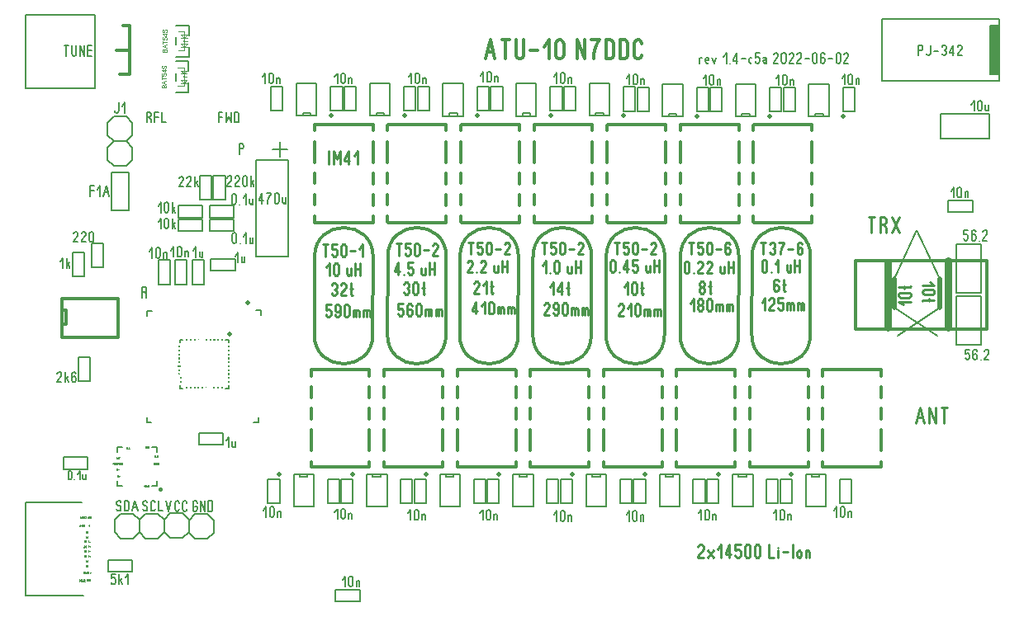
<source format=gbr>
%FSLAX34Y34*%
%MOMM*%
%LNSILK_TOP*%
G71*
G01*
%ADD10C,0.286*%
%ADD11C,0.222*%
%ADD12C,0.300*%
%ADD13C,0.191*%
%ADD14C,0.200*%
%ADD15C,0.490*%
%ADD16C,0.150*%
%ADD17C,0.444*%
%ADD18C,0.032*%
%ADD19C,0.159*%
%ADD20C,0.500*%
%ADD21C,0.016*%
%ADD22C,0.238*%
%ADD23C,0.349*%
%ADD24C,0.100*%
%ADD25C,0.200*%
%ADD26C,0.056*%
%ADD27C,0.800*%
%ADD28C,0.170*%
%LPD*%
G54D10*
X868369Y-272891D02*
X868369Y-256891D01*
G54D10*
X865169Y-256891D02*
X871569Y-256891D01*
G54D10*
X880369Y-264891D02*
X882769Y-266891D01*
X883569Y-268891D01*
X883569Y-272891D01*
G54D10*
X877169Y-272891D02*
X877169Y-256891D01*
X881169Y-256891D01*
X882769Y-257891D01*
X883569Y-259891D01*
X883569Y-261891D01*
X882769Y-263891D01*
X881169Y-264891D01*
X877169Y-264891D01*
G54D10*
X889169Y-256891D02*
X897169Y-272891D01*
G54D10*
X889169Y-272891D02*
X897169Y-256891D01*
G54D10*
X914042Y-468909D02*
X918042Y-452909D01*
X922042Y-468909D01*
G54D10*
X915642Y-462909D02*
X920442Y-462909D01*
G54D10*
X927642Y-468909D02*
X927642Y-452909D01*
X934042Y-468909D01*
X934042Y-452909D01*
G54D10*
X942842Y-468909D02*
X942842Y-452909D01*
G54D10*
X939642Y-452909D02*
X946042Y-452909D01*
G54D11*
X383032Y-316570D02*
X383033Y-304125D01*
X379299Y-311903D01*
X379299Y-313459D01*
X384277Y-313459D01*
G54D11*
X388633Y-316570D02*
X388633Y-316570D01*
G54D11*
X397967Y-304125D02*
X392989Y-304125D01*
X392989Y-309570D01*
X393612Y-309570D01*
X394856Y-308792D01*
X396100Y-308792D01*
X397345Y-309570D01*
X397967Y-311125D01*
X397967Y-314236D01*
X397345Y-315792D01*
X396100Y-316570D01*
X394856Y-316570D01*
X393612Y-315792D01*
X392989Y-314236D01*
G54D11*
X410537Y-309570D02*
X410536Y-316570D01*
G54D11*
X410536Y-315014D02*
X409914Y-316259D01*
X408670Y-316570D01*
X407426Y-316259D01*
X406803Y-315014D01*
X406803Y-309570D01*
G54D11*
X414892Y-316570D02*
X414892Y-304125D01*
G54D11*
X419870Y-316570D02*
X419870Y-304125D01*
G54D11*
X414892Y-310348D02*
X419870Y-310348D01*
G54D11*
X459035Y-314211D02*
X454058Y-314211D01*
X454058Y-313434D01*
X454680Y-311878D01*
X458413Y-307211D01*
X459035Y-305656D01*
X459035Y-304100D01*
X458413Y-302545D01*
X457169Y-301767D01*
X455924Y-301767D01*
X454680Y-302545D01*
X454058Y-304100D01*
G54D11*
X463392Y-314211D02*
X463392Y-314211D01*
G54D11*
X472725Y-314211D02*
X467748Y-314211D01*
X467748Y-313434D01*
X468370Y-311878D01*
X472103Y-307211D01*
X472725Y-305656D01*
X472725Y-304100D01*
X472103Y-302545D01*
X470859Y-301767D01*
X469614Y-301767D01*
X468370Y-302545D01*
X467748Y-304100D01*
G54D11*
X485295Y-307211D02*
X485295Y-314211D01*
G54D11*
X485295Y-312656D02*
X484673Y-313900D01*
X483428Y-314211D01*
X482184Y-313900D01*
X481562Y-312656D01*
X481562Y-307211D01*
G54D11*
X489651Y-314211D02*
X489651Y-301767D01*
G54D11*
X494628Y-314211D02*
X494628Y-301767D01*
G54D11*
X489651Y-307989D02*
X494628Y-307989D01*
G54D11*
X531227Y-307142D02*
X534338Y-302476D01*
X534338Y-314920D01*
G54D11*
X538694Y-314920D02*
X538694Y-314920D01*
G54D11*
X548027Y-304809D02*
X548027Y-312587D01*
X547405Y-314142D01*
X546161Y-314920D01*
X544916Y-314920D01*
X543672Y-314142D01*
X543050Y-312587D01*
X543050Y-304809D01*
X543672Y-303253D01*
X544916Y-302476D01*
X546161Y-302476D01*
X547405Y-303253D01*
X548027Y-304809D01*
G54D11*
X560597Y-307920D02*
X560597Y-314920D01*
G54D11*
X560597Y-313364D02*
X559975Y-314609D01*
X558730Y-314920D01*
X557486Y-314609D01*
X556864Y-313364D01*
X556864Y-307920D01*
G54D11*
X564953Y-314920D02*
X564953Y-302476D01*
G54D11*
X569930Y-314920D02*
X569930Y-302476D01*
G54D11*
X564953Y-308698D02*
X569930Y-308698D01*
G54D11*
X605339Y-303669D02*
X605339Y-311447D01*
X604717Y-313002D01*
X603472Y-313780D01*
X602228Y-313780D01*
X600983Y-313002D01*
X600361Y-311447D01*
X600361Y-303669D01*
X600983Y-302114D01*
X602228Y-301336D01*
X603472Y-301336D01*
X604717Y-302114D01*
X605339Y-303669D01*
G54D11*
X609695Y-313780D02*
X609695Y-313780D01*
G54D11*
X617784Y-313780D02*
X617784Y-301336D01*
X614051Y-309114D01*
X614051Y-310669D01*
X619029Y-310669D01*
G54D11*
X628363Y-301336D02*
X623385Y-301336D01*
X623385Y-306780D01*
X624007Y-306780D01*
X625252Y-306002D01*
X626496Y-306002D01*
X627741Y-306780D01*
X628363Y-308336D01*
X628363Y-311447D01*
X627741Y-313002D01*
X626496Y-313780D01*
X625252Y-313780D01*
X624007Y-313002D01*
X623385Y-311447D01*
G54D11*
X640932Y-306780D02*
X640932Y-313780D01*
G54D11*
X640932Y-312225D02*
X640310Y-313469D01*
X639066Y-313780D01*
X637821Y-313469D01*
X637199Y-312225D01*
X637199Y-306780D01*
G54D11*
X645288Y-313780D02*
X645288Y-301336D01*
G54D11*
X650266Y-313780D02*
X650266Y-301336D01*
G54D11*
X645288Y-307558D02*
X650266Y-307558D01*
G54D11*
X681376Y-304938D02*
X681376Y-312715D01*
X680754Y-314271D01*
X679510Y-315049D01*
X678265Y-315049D01*
X677021Y-314271D01*
X676398Y-312715D01*
X676398Y-304938D01*
X677021Y-303382D01*
X678265Y-302604D01*
X679510Y-302604D01*
X680754Y-303382D01*
X681376Y-304938D01*
G54D11*
X685732Y-315049D02*
X685732Y-315049D01*
G54D11*
X695066Y-315049D02*
X690088Y-315049D01*
X690088Y-314271D01*
X690711Y-312715D01*
X694444Y-308049D01*
X695066Y-306493D01*
X695066Y-304937D01*
X694444Y-303382D01*
X693200Y-302604D01*
X691955Y-302604D01*
X690711Y-303382D01*
X690088Y-304937D01*
G54D11*
X704400Y-315049D02*
X699422Y-315049D01*
X699422Y-314271D01*
X700045Y-312715D01*
X703778Y-308049D01*
X704400Y-306493D01*
X704400Y-304938D01*
X703778Y-303382D01*
X702534Y-302604D01*
X701289Y-302604D01*
X700045Y-303382D01*
X699422Y-304938D01*
G54D11*
X716970Y-308049D02*
X716970Y-315049D01*
G54D11*
X716970Y-313493D02*
X716348Y-314738D01*
X715103Y-315049D01*
X713859Y-314738D01*
X713236Y-313493D01*
X713236Y-308049D01*
G54D11*
X721325Y-315049D02*
X721325Y-302604D01*
G54D11*
X726303Y-315049D02*
X726303Y-302604D01*
G54D11*
X721326Y-308826D02*
X726303Y-308826D01*
G54D11*
X309405Y-309164D02*
X312516Y-304497D01*
X312516Y-316942D01*
G54D11*
X321850Y-306830D02*
X321850Y-314608D01*
X321228Y-316164D01*
X319983Y-316942D01*
X318739Y-316942D01*
X317494Y-316164D01*
X316872Y-314608D01*
X316872Y-306830D01*
X317494Y-305275D01*
X318739Y-304497D01*
X319983Y-304497D01*
X321228Y-305275D01*
X321850Y-306830D01*
G54D11*
X334419Y-309941D02*
X334419Y-316942D01*
G54D11*
X334419Y-315386D02*
X333797Y-316630D01*
X332553Y-316941D01*
X331308Y-316630D01*
X330686Y-315386D01*
X330686Y-309941D01*
G54D11*
X338775Y-316942D02*
X338775Y-304497D01*
G54D11*
X343753Y-316942D02*
X343753Y-304497D01*
G54D11*
X338775Y-310719D02*
X343753Y-310719D01*
G54D12*
X357280Y-179775D02*
X357280Y-201275D01*
G54D12*
X357280Y-212275D02*
X357280Y-223275D01*
G54D12*
X357280Y-234275D02*
X357280Y-245275D01*
G54D12*
X357280Y-256275D02*
X357280Y-262775D01*
X297780Y-262775D01*
X297280Y-262275D01*
X297280Y-256275D01*
G54D12*
X297280Y-244775D02*
X297280Y-234275D01*
G54D12*
X297280Y-222775D02*
X297280Y-212275D01*
G54D12*
X297280Y-201275D02*
X297280Y-179775D01*
G54D12*
X297280Y-168275D02*
X297280Y-163275D01*
X297780Y-162775D01*
X357280Y-162775D01*
X357280Y-168275D01*
G54D12*
X432280Y-179775D02*
X432280Y-201275D01*
G54D12*
X432280Y-212275D02*
X432280Y-223275D01*
G54D12*
X432280Y-234275D02*
X432280Y-245275D01*
G54D12*
X432280Y-256275D02*
X432280Y-262775D01*
X372780Y-262775D01*
X372280Y-262275D01*
X372280Y-256275D01*
G54D12*
X372280Y-244775D02*
X372280Y-234275D01*
G54D12*
X372280Y-222775D02*
X372280Y-212275D01*
G54D12*
X372280Y-201275D02*
X372280Y-179775D01*
G54D12*
X372280Y-168275D02*
X372280Y-163275D01*
X372780Y-162775D01*
X432280Y-162775D01*
X432280Y-168275D01*
G54D12*
X507280Y-179775D02*
X507280Y-201275D01*
G54D12*
X507280Y-212275D02*
X507280Y-223275D01*
G54D12*
X507280Y-234275D02*
X507280Y-245275D01*
G54D12*
X507280Y-256275D02*
X507280Y-262775D01*
X447780Y-262775D01*
X447280Y-262275D01*
X447280Y-256275D01*
G54D12*
X447280Y-244775D02*
X447280Y-234275D01*
G54D12*
X447280Y-222775D02*
X447280Y-212275D01*
G54D12*
X447280Y-201275D02*
X447280Y-179775D01*
G54D12*
X447280Y-168275D02*
X447280Y-163275D01*
X447780Y-162775D01*
X507280Y-162775D01*
X507280Y-168275D01*
G54D12*
X582280Y-179775D02*
X582280Y-201275D01*
G54D12*
X582280Y-212275D02*
X582280Y-223275D01*
G54D12*
X582280Y-234275D02*
X582280Y-245275D01*
G54D12*
X582280Y-256275D02*
X582280Y-262775D01*
X522780Y-262775D01*
X522280Y-262275D01*
X522280Y-256275D01*
G54D12*
X522280Y-244775D02*
X522280Y-234275D01*
G54D12*
X522280Y-222775D02*
X522280Y-212275D01*
G54D12*
X522280Y-201275D02*
X522280Y-179775D01*
G54D12*
X522280Y-168275D02*
X522280Y-163275D01*
X522780Y-162775D01*
X582280Y-162775D01*
X582280Y-168275D01*
G54D12*
X657280Y-179775D02*
X657280Y-201275D01*
G54D12*
X657280Y-212275D02*
X657280Y-223275D01*
G54D12*
X657280Y-234275D02*
X657280Y-245275D01*
G54D12*
X657280Y-256275D02*
X657280Y-262775D01*
X597780Y-262775D01*
X597280Y-262275D01*
X597280Y-256275D01*
G54D12*
X597280Y-244775D02*
X597280Y-234275D01*
G54D12*
X597280Y-222775D02*
X597280Y-212275D01*
G54D12*
X597280Y-201275D02*
X597280Y-179775D01*
G54D12*
X597280Y-168275D02*
X597280Y-163275D01*
X597780Y-162775D01*
X657280Y-162775D01*
X657280Y-168275D01*
G54D12*
X732280Y-179775D02*
X732280Y-201275D01*
G54D12*
X732280Y-212275D02*
X732280Y-223275D01*
G54D12*
X732280Y-234275D02*
X732280Y-245275D01*
G54D12*
X732280Y-256275D02*
X732280Y-262775D01*
X672780Y-262775D01*
X672280Y-262275D01*
X672280Y-256275D01*
G54D12*
X672280Y-244775D02*
X672280Y-234275D01*
G54D12*
X672280Y-222775D02*
X672280Y-212275D01*
G54D12*
X672280Y-201275D02*
X672280Y-179775D01*
G54D12*
X672280Y-168275D02*
X672280Y-163275D01*
X672780Y-162775D01*
X732280Y-162775D01*
X732280Y-168275D01*
G54D12*
X807280Y-179775D02*
X807280Y-201275D01*
G54D12*
X807280Y-212275D02*
X807280Y-223275D01*
G54D12*
X807280Y-234275D02*
X807280Y-245275D01*
G54D12*
X807280Y-256275D02*
X807280Y-262775D01*
X747780Y-262775D01*
X747280Y-262275D01*
X747280Y-256275D01*
G54D12*
X747280Y-244775D02*
X747280Y-234275D01*
G54D12*
X747280Y-222775D02*
X747280Y-212275D01*
G54D12*
X747280Y-201275D02*
X747280Y-179775D01*
G54D12*
X747280Y-168275D02*
X747280Y-163275D01*
X747780Y-162775D01*
X807280Y-162775D01*
X807280Y-168275D01*
G54D12*
X443859Y-496866D02*
X443859Y-475366D01*
G54D12*
X443859Y-464366D02*
X443859Y-453366D01*
G54D12*
X443859Y-442366D02*
X443859Y-431366D01*
G54D12*
X443859Y-420366D02*
X443859Y-413866D01*
X503359Y-413866D01*
X503859Y-414366D01*
X503859Y-420366D01*
G54D12*
X503859Y-431866D02*
X503859Y-442366D01*
G54D12*
X503859Y-453866D02*
X503859Y-464366D01*
G54D12*
X503859Y-475366D02*
X503859Y-496866D01*
G54D12*
X503859Y-508366D02*
X503859Y-513366D01*
X503359Y-513866D01*
X443859Y-513866D01*
X443859Y-508366D01*
G54D12*
X368659Y-496866D02*
X368659Y-475366D01*
G54D12*
X368659Y-464366D02*
X368659Y-453366D01*
G54D12*
X368659Y-442366D02*
X368659Y-431366D01*
G54D12*
X368659Y-420366D02*
X368659Y-413866D01*
X428159Y-413866D01*
X428659Y-414366D01*
X428659Y-420366D01*
G54D12*
X428659Y-431866D02*
X428659Y-442366D01*
G54D12*
X428659Y-453866D02*
X428659Y-464366D01*
G54D12*
X428659Y-475366D02*
X428659Y-496866D01*
G54D12*
X428659Y-508366D02*
X428659Y-513366D01*
X428159Y-513866D01*
X368659Y-513866D01*
X368659Y-508366D01*
G54D12*
X293659Y-496866D02*
X293659Y-475366D01*
G54D12*
X293659Y-464366D02*
X293659Y-453366D01*
G54D12*
X293659Y-442366D02*
X293659Y-431366D01*
G54D12*
X293659Y-420366D02*
X293659Y-413866D01*
X353159Y-413866D01*
X353659Y-414366D01*
X353659Y-420366D01*
G54D12*
X353659Y-431866D02*
X353659Y-442366D01*
G54D12*
X353659Y-453866D02*
X353659Y-464366D01*
G54D12*
X353659Y-475366D02*
X353659Y-496866D01*
G54D12*
X353659Y-508366D02*
X353659Y-513366D01*
X353159Y-513866D01*
X293659Y-513866D01*
X293659Y-508366D01*
G54D12*
X852000Y-372000D02*
X987000Y-372000D01*
X987000Y-302000D01*
X852000Y-302000D01*
X852000Y-372000D01*
G54D13*
X968777Y-393183D02*
X964510Y-393183D01*
X964510Y-397850D01*
X965043Y-397850D01*
X966110Y-397183D01*
X967177Y-397183D01*
X968243Y-397850D01*
X968777Y-399183D01*
X968777Y-401850D01*
X968243Y-403183D01*
X967177Y-403850D01*
X966110Y-403850D01*
X965043Y-403183D01*
X964510Y-401850D01*
G54D13*
X976777Y-395183D02*
X976243Y-393850D01*
X975177Y-393183D01*
X974110Y-393183D01*
X973043Y-393850D01*
X972510Y-395183D01*
X972510Y-398516D01*
X972510Y-399183D01*
X974110Y-397850D01*
X975177Y-397850D01*
X976243Y-398516D01*
X976777Y-399850D01*
X976777Y-401850D01*
X976243Y-403183D01*
X975177Y-403850D01*
X974110Y-403850D01*
X973043Y-403183D01*
X972510Y-401850D01*
X972510Y-398516D01*
G54D13*
X980510Y-403850D02*
X980510Y-403850D01*
G54D13*
X988510Y-403850D02*
X984243Y-403850D01*
X984243Y-403183D01*
X984776Y-401850D01*
X987976Y-397850D01*
X988510Y-396516D01*
X988510Y-395183D01*
X987976Y-393850D01*
X986910Y-393183D01*
X985843Y-393183D01*
X984776Y-393850D01*
X984243Y-395183D01*
G54D13*
X967232Y-270692D02*
X962966Y-270692D01*
X962966Y-275359D01*
X963499Y-275359D01*
X964566Y-274692D01*
X965632Y-274692D01*
X966699Y-275359D01*
X967232Y-276692D01*
X967232Y-279359D01*
X966699Y-280692D01*
X965632Y-281359D01*
X964566Y-281359D01*
X963499Y-280692D01*
X962966Y-279359D01*
G54D13*
X975232Y-272692D02*
X974699Y-271359D01*
X973632Y-270692D01*
X972566Y-270692D01*
X971499Y-271359D01*
X970966Y-272692D01*
X970966Y-276026D01*
X970966Y-276692D01*
X972566Y-275359D01*
X973632Y-275359D01*
X974699Y-276026D01*
X975232Y-277359D01*
X975232Y-279359D01*
X974699Y-280692D01*
X973632Y-281359D01*
X972566Y-281359D01*
X971499Y-280692D01*
X970966Y-279359D01*
X970966Y-276026D01*
G54D13*
X978966Y-281359D02*
X978966Y-281359D01*
G54D13*
X986965Y-281359D02*
X982699Y-281359D01*
X982699Y-280692D01*
X983232Y-279359D01*
X986432Y-275359D01*
X986965Y-274026D01*
X986965Y-272692D01*
X986432Y-271359D01*
X985365Y-270692D01*
X984299Y-270692D01*
X983232Y-271359D01*
X982699Y-272692D01*
G54D12*
X818559Y-496865D02*
X818559Y-475365D01*
G54D12*
X818558Y-464365D02*
X818558Y-453365D01*
G54D12*
X818559Y-442365D02*
X818559Y-431365D01*
G54D12*
X818559Y-420365D02*
X818559Y-413865D01*
X878058Y-413865D01*
X878559Y-414365D01*
X878559Y-420365D01*
G54D12*
X878559Y-431865D02*
X878559Y-442365D01*
G54D12*
X878559Y-453865D02*
X878558Y-464365D01*
G54D12*
X878558Y-475365D02*
X878558Y-496865D01*
G54D12*
X878559Y-508365D02*
X878558Y-513365D01*
X878059Y-513865D01*
X818559Y-513865D01*
X818559Y-508365D01*
G54D11*
X760976Y-303538D02*
X760976Y-311316D01*
X760354Y-312871D01*
X759110Y-313649D01*
X757865Y-313649D01*
X756621Y-312871D01*
X755998Y-311316D01*
X755998Y-303538D01*
X756621Y-301982D01*
X757865Y-301205D01*
X759110Y-301205D01*
X760354Y-301982D01*
X760976Y-303538D01*
G54D11*
X765332Y-313649D02*
X765332Y-313649D01*
G54D11*
X769688Y-305871D02*
X772800Y-301205D01*
X772800Y-313649D01*
G54D11*
X785369Y-306649D02*
X785369Y-313649D01*
G54D11*
X785369Y-312094D02*
X784747Y-313338D01*
X783502Y-313649D01*
X782258Y-313338D01*
X781636Y-312094D01*
X781636Y-306649D01*
G54D11*
X789724Y-313649D02*
X789724Y-301205D01*
G54D11*
X794702Y-313649D02*
X794702Y-301205D01*
G54D11*
X789724Y-307427D02*
X794702Y-307427D01*
G54D12*
X668559Y-496866D02*
X668559Y-475366D01*
G54D12*
X668559Y-464366D02*
X668559Y-453366D01*
G54D12*
X668559Y-442366D02*
X668559Y-431366D01*
G54D12*
X668559Y-420366D02*
X668559Y-413866D01*
X728059Y-413866D01*
X728559Y-414366D01*
X728559Y-420366D01*
G54D12*
X728559Y-431866D02*
X728559Y-442366D01*
G54D12*
X728559Y-453866D02*
X728559Y-464366D01*
G54D12*
X728559Y-475366D02*
X728559Y-496866D01*
G54D12*
X728559Y-508366D02*
X728559Y-513366D01*
X728059Y-513866D01*
X668559Y-513866D01*
X668559Y-508366D01*
G54D12*
X593559Y-496866D02*
X593559Y-475366D01*
G54D12*
X593559Y-464366D02*
X593559Y-453366D01*
G54D12*
X593559Y-442366D02*
X593559Y-431366D01*
G54D12*
X593559Y-420366D02*
X593559Y-413866D01*
X653059Y-413866D01*
X653559Y-414366D01*
X653559Y-420366D01*
G54D12*
X653559Y-431866D02*
X653559Y-442366D01*
G54D12*
X653559Y-453866D02*
X653559Y-464366D01*
G54D12*
X653559Y-475366D02*
X653559Y-496866D01*
G54D12*
X653559Y-508366D02*
X653559Y-513366D01*
X653059Y-513866D01*
X593559Y-513866D01*
X593559Y-508366D01*
G54D12*
X518559Y-496866D02*
X518559Y-475366D01*
G54D12*
X518559Y-464366D02*
X518559Y-453366D01*
G54D12*
X518559Y-442366D02*
X518559Y-431366D01*
G54D12*
X518559Y-420366D02*
X518559Y-413866D01*
X578059Y-413866D01*
X578559Y-414366D01*
X578559Y-420366D01*
G54D12*
X578559Y-431866D02*
X578559Y-442366D01*
G54D12*
X578559Y-453866D02*
X578559Y-464366D01*
G54D12*
X578559Y-475366D02*
X578559Y-496866D01*
G54D12*
X578559Y-508366D02*
X578559Y-513366D01*
X578059Y-513866D01*
X518559Y-513866D01*
X518559Y-508366D01*
G54D12*
X743559Y-496866D02*
X743559Y-475366D01*
G54D12*
X743559Y-464366D02*
X743559Y-453366D01*
G54D12*
X743559Y-442366D02*
X743559Y-431366D01*
G54D12*
X743559Y-420366D02*
X743559Y-413866D01*
X803059Y-413866D01*
X803559Y-414366D01*
X803559Y-420366D01*
G54D12*
X803559Y-431866D02*
X803559Y-442366D01*
G54D12*
X803559Y-453866D02*
X803559Y-464366D01*
G54D12*
X803559Y-475366D02*
X803559Y-496866D01*
G54D12*
X803559Y-508366D02*
X803559Y-513366D01*
X803059Y-513866D01*
X743559Y-513866D01*
X743559Y-508366D01*
G54D14*
X821672Y-521256D02*
X821672Y-554594D01*
X801034Y-554594D01*
X801034Y-521256D01*
X821672Y-521256D01*
G54D15*
X786355Y-521622D02*
X786355Y-521622D01*
G54D14*
X807105Y-521272D02*
X807105Y-524272D01*
X815105Y-524272D01*
X815105Y-521272D01*
G54D16*
X786577Y-551428D02*
X774577Y-551428D01*
X774577Y-526428D01*
X786577Y-526428D01*
X786577Y-551428D01*
G54D16*
X847577Y-551428D02*
X835577Y-551428D01*
X835577Y-526428D01*
X847577Y-526428D01*
X847577Y-551428D01*
G54D14*
X746672Y-521256D02*
X746672Y-554594D01*
X726034Y-554594D01*
X726034Y-521256D01*
X746672Y-521256D01*
G54D15*
X711355Y-521622D02*
X711355Y-521622D01*
G54D14*
X732105Y-521272D02*
X732105Y-524272D01*
X740105Y-524272D01*
X740105Y-521272D01*
G54D16*
X711577Y-551428D02*
X699577Y-551428D01*
X699577Y-526428D01*
X711577Y-526428D01*
X711577Y-551428D01*
G54D16*
X772577Y-551428D02*
X760577Y-551428D01*
X760577Y-526428D01*
X772577Y-526428D01*
X772577Y-551428D01*
G54D14*
X671672Y-521256D02*
X671672Y-554594D01*
X651034Y-554594D01*
X651034Y-521256D01*
X671672Y-521256D01*
G54D15*
X636355Y-521622D02*
X636355Y-521622D01*
G54D14*
X657105Y-521272D02*
X657105Y-524272D01*
X665105Y-524272D01*
X665105Y-521272D01*
G54D16*
X636577Y-551428D02*
X624577Y-551428D01*
X624577Y-526428D01*
X636577Y-526428D01*
X636577Y-551428D01*
G54D16*
X697577Y-551428D02*
X685577Y-551428D01*
X685577Y-526428D01*
X697577Y-526428D01*
X697577Y-551428D01*
G54D14*
X596672Y-521256D02*
X596672Y-554594D01*
X576034Y-554594D01*
X576034Y-521256D01*
X596672Y-521256D01*
G54D15*
X561355Y-521622D02*
X561355Y-521622D01*
G54D14*
X582105Y-521272D02*
X582105Y-524272D01*
X590105Y-524272D01*
X590105Y-521272D01*
G54D16*
X561577Y-551428D02*
X549577Y-551428D01*
X549577Y-526428D01*
X561577Y-526428D01*
X561577Y-551428D01*
G54D16*
X622577Y-551428D02*
X610577Y-551428D01*
X610577Y-526428D01*
X622577Y-526428D01*
X622577Y-551428D01*
G54D14*
X521672Y-521256D02*
X521672Y-554594D01*
X501034Y-554594D01*
X501034Y-521256D01*
X521672Y-521256D01*
G54D15*
X486355Y-521622D02*
X486355Y-521622D01*
G54D14*
X507105Y-521272D02*
X507105Y-524272D01*
X515105Y-524272D01*
X515105Y-521272D01*
G54D16*
X486577Y-551428D02*
X474577Y-551428D01*
X474577Y-526428D01*
X486577Y-526428D01*
X486577Y-551428D01*
G54D16*
X547577Y-551428D02*
X535577Y-551428D01*
X535577Y-526428D01*
X547577Y-526428D01*
X547577Y-551428D01*
G54D14*
X446672Y-521256D02*
X446672Y-554594D01*
X426034Y-554594D01*
X426034Y-521256D01*
X446672Y-521256D01*
G54D15*
X411355Y-521622D02*
X411355Y-521622D01*
G54D14*
X432105Y-521272D02*
X432105Y-524272D01*
X440105Y-524272D01*
X440105Y-521272D01*
G54D16*
X411577Y-551428D02*
X399577Y-551428D01*
X399577Y-526428D01*
X411577Y-526428D01*
X411577Y-551428D01*
G54D16*
X472577Y-551428D02*
X460577Y-551428D01*
X460577Y-526428D01*
X472577Y-526428D01*
X472577Y-551428D01*
G54D14*
X371672Y-521256D02*
X371672Y-554594D01*
X351034Y-554594D01*
X351034Y-521256D01*
X371672Y-521256D01*
G54D15*
X336355Y-521622D02*
X336355Y-521622D01*
G54D14*
X357105Y-521272D02*
X357105Y-524272D01*
X365105Y-524272D01*
X365105Y-521272D01*
G54D16*
X336577Y-551428D02*
X324577Y-551428D01*
X324577Y-526428D01*
X336577Y-526428D01*
X336577Y-551428D01*
G54D16*
X397577Y-551428D02*
X385577Y-551428D01*
X385577Y-526428D01*
X397577Y-526428D01*
X397577Y-551428D01*
G54D14*
X296672Y-521256D02*
X296672Y-554594D01*
X276034Y-554594D01*
X276034Y-521256D01*
X296672Y-521256D01*
G54D15*
X261355Y-521622D02*
X261355Y-521622D01*
G54D14*
X282105Y-521272D02*
X282105Y-524272D01*
X290105Y-524272D01*
X290105Y-521272D01*
G54D16*
X261577Y-551428D02*
X249577Y-551428D01*
X249577Y-526428D01*
X261577Y-526428D01*
X261577Y-551428D01*
G54D16*
X322577Y-551428D02*
X310577Y-551428D01*
X310577Y-526428D01*
X322577Y-526428D01*
X322577Y-551428D01*
G54D14*
X804023Y-154127D02*
X804023Y-120790D01*
X824660Y-120790D01*
X824660Y-154127D01*
X804023Y-154127D01*
G54D15*
X839339Y-153762D02*
X839339Y-153762D01*
G54D14*
X818589Y-154112D02*
X818589Y-151112D01*
X810589Y-151112D01*
X810589Y-154112D01*
G54D16*
X839117Y-123956D02*
X851117Y-123956D01*
X851117Y-148956D01*
X839117Y-148956D01*
X839117Y-123956D01*
G54D16*
X778117Y-123956D02*
X790117Y-123956D01*
X790117Y-148956D01*
X778117Y-148956D01*
X778117Y-123956D01*
G54D14*
X729023Y-154127D02*
X729023Y-120790D01*
X749660Y-120790D01*
X749660Y-154127D01*
X729023Y-154127D01*
G54D15*
X764339Y-153762D02*
X764339Y-153762D01*
G54D14*
X743589Y-154112D02*
X743589Y-151112D01*
X735589Y-151112D01*
X735589Y-154112D01*
G54D16*
X764117Y-123956D02*
X776117Y-123956D01*
X776117Y-148956D01*
X764117Y-148956D01*
X764117Y-123956D01*
G54D16*
X703117Y-123956D02*
X715117Y-123956D01*
X715117Y-148956D01*
X703117Y-148956D01*
X703117Y-123956D01*
G54D14*
X654023Y-154127D02*
X654023Y-120790D01*
X674660Y-120790D01*
X674660Y-154127D01*
X654023Y-154127D01*
G54D15*
X689339Y-153762D02*
X689339Y-153762D01*
G54D14*
X668589Y-154112D02*
X668589Y-151112D01*
X660589Y-151112D01*
X660589Y-154112D01*
G54D16*
X689117Y-123956D02*
X701117Y-123956D01*
X701117Y-148956D01*
X689117Y-148956D01*
X689117Y-123956D01*
G54D16*
X628117Y-123956D02*
X640117Y-123956D01*
X640117Y-148956D01*
X628117Y-148956D01*
X628117Y-123956D01*
G54D14*
X579023Y-153427D02*
X579023Y-120090D01*
X599660Y-120090D01*
X599660Y-153427D01*
X579023Y-153427D01*
G54D15*
X614339Y-153062D02*
X614339Y-153062D01*
G54D14*
X593589Y-153412D02*
X593589Y-150412D01*
X585589Y-150412D01*
X585589Y-153412D01*
G54D16*
X614117Y-123756D02*
X626117Y-123756D01*
X626117Y-148756D01*
X614117Y-148756D01*
X614117Y-123756D01*
G54D16*
X553117Y-123256D02*
X565117Y-123256D01*
X565117Y-148256D01*
X553117Y-148256D01*
X553117Y-123256D01*
G54D14*
X504023Y-153527D02*
X504023Y-120190D01*
X524660Y-120190D01*
X524660Y-153527D01*
X504023Y-153527D01*
G54D15*
X539339Y-153162D02*
X539339Y-153162D01*
G54D14*
X518589Y-153512D02*
X518589Y-150512D01*
X510589Y-150512D01*
X510589Y-153512D01*
G54D16*
X539117Y-123356D02*
X551117Y-123356D01*
X551117Y-148356D01*
X539117Y-148356D01*
X539117Y-123356D01*
G54D16*
X478117Y-123356D02*
X490117Y-123356D01*
X490117Y-148356D01*
X478117Y-148356D01*
X478117Y-123356D01*
G54D14*
X429023Y-153527D02*
X429023Y-120190D01*
X449660Y-120190D01*
X449660Y-153527D01*
X429023Y-153527D01*
G54D15*
X464339Y-153162D02*
X464339Y-153162D01*
G54D14*
X443589Y-153512D02*
X443589Y-150512D01*
X435589Y-150512D01*
X435589Y-153512D01*
G54D16*
X464117Y-123356D02*
X476117Y-123356D01*
X476117Y-148356D01*
X464117Y-148356D01*
X464117Y-123356D01*
G54D16*
X403117Y-123356D02*
X415117Y-123356D01*
X415117Y-148356D01*
X403117Y-148356D01*
X403117Y-123356D01*
G54D14*
X354023Y-153427D02*
X354023Y-120090D01*
X374660Y-120090D01*
X374660Y-153427D01*
X354023Y-153427D01*
G54D15*
X389339Y-153062D02*
X389339Y-153062D01*
G54D14*
X368589Y-153412D02*
X368589Y-150412D01*
X360589Y-150412D01*
X360589Y-153412D01*
G54D16*
X389117Y-123256D02*
X401117Y-123256D01*
X401117Y-148256D01*
X389117Y-148256D01*
X389117Y-123256D01*
G54D16*
X328117Y-123256D02*
X340117Y-123256D01*
X340117Y-148256D01*
X328117Y-148256D01*
X328117Y-123256D01*
G54D14*
X278723Y-153427D02*
X278723Y-120090D01*
X299360Y-120090D01*
X299360Y-153427D01*
X278723Y-153427D01*
G54D15*
X314039Y-153062D02*
X314039Y-153062D01*
G54D14*
X293289Y-153412D02*
X293289Y-150412D01*
X285289Y-150412D01*
X285289Y-153412D01*
G54D16*
X313817Y-123256D02*
X325817Y-123256D01*
X325817Y-148256D01*
X313817Y-148256D01*
X313817Y-123256D01*
G54D16*
X252817Y-123256D02*
X264817Y-123256D01*
X264817Y-148256D01*
X252817Y-148256D01*
X252817Y-123256D01*
G54D14*
X193848Y-568440D02*
X187548Y-562140D01*
X174747Y-562140D01*
X168447Y-568440D01*
X168448Y-581240D01*
X174748Y-587540D01*
X187547Y-587540D01*
X193848Y-581240D01*
X193848Y-568440D01*
G54D14*
X168448Y-567646D02*
X162148Y-561346D01*
X149347Y-561346D01*
X143047Y-567646D01*
X143048Y-580446D01*
X149348Y-586746D01*
X162147Y-586746D01*
X168448Y-580446D01*
X168448Y-567646D01*
G54D14*
X143048Y-568043D02*
X136748Y-561743D01*
X123947Y-561743D01*
X117647Y-568044D01*
X117648Y-580843D01*
X123948Y-587143D01*
X136747Y-587144D01*
X143048Y-580843D01*
X143048Y-568043D01*
G54D14*
X117648Y-568043D02*
X111348Y-561743D01*
X98547Y-561743D01*
X92247Y-568044D01*
X92248Y-580843D01*
X98548Y-587143D01*
X111347Y-587144D01*
X117648Y-580843D01*
X117648Y-568043D01*
G54D14*
X871Y-50091D02*
X871Y-125090D01*
X71871Y-125090D01*
X71871Y-50091D01*
X871Y-50091D01*
G54D13*
X42873Y-91843D02*
X42873Y-81177D01*
G54D13*
X40740Y-81177D02*
X45006Y-81177D01*
G54D13*
X48740Y-81177D02*
X48740Y-89843D01*
X49273Y-91177D01*
X50340Y-91843D01*
X51406Y-91843D01*
X52473Y-91177D01*
X53006Y-89843D01*
X53006Y-81177D01*
G54D13*
X56740Y-91843D02*
X56740Y-81177D01*
X61006Y-91843D01*
X61006Y-81177D01*
G54D13*
X68473Y-91843D02*
X64740Y-91843D01*
X64740Y-81177D01*
X68473Y-81177D01*
G54D13*
X64740Y-86510D02*
X68473Y-86510D01*
G54D12*
X38698Y-340724D02*
X95898Y-340724D01*
X95898Y-380524D01*
X38498Y-380424D01*
X38498Y-341124D01*
G54D12*
X38698Y-353024D02*
X42298Y-352824D01*
X42298Y-367624D01*
X39198Y-367424D01*
G54D13*
X37920Y-426910D02*
X33653Y-426910D01*
X33653Y-426244D01*
X34186Y-424910D01*
X37386Y-420910D01*
X37920Y-419577D01*
X37920Y-418244D01*
X37386Y-416910D01*
X36320Y-416244D01*
X35253Y-416244D01*
X34186Y-416910D01*
X33653Y-418244D01*
G54D13*
X41653Y-426910D02*
X41653Y-416244D01*
G54D13*
X43253Y-422910D02*
X44853Y-426910D01*
G54D13*
X41653Y-424244D02*
X44853Y-420910D01*
G54D13*
X52853Y-418244D02*
X52320Y-416910D01*
X51253Y-416244D01*
X50186Y-416244D01*
X49120Y-416910D01*
X48586Y-418244D01*
X48586Y-421577D01*
X48586Y-422244D01*
X50186Y-420910D01*
X51253Y-420910D01*
X52320Y-421577D01*
X52853Y-422910D01*
X52853Y-424910D01*
X52320Y-426244D01*
X51253Y-426910D01*
X50186Y-426910D01*
X49120Y-426244D01*
X48586Y-424910D01*
X48586Y-421577D01*
G54D13*
X54690Y-282997D02*
X50424Y-282997D01*
X50424Y-282330D01*
X50957Y-280997D01*
X54157Y-276997D01*
X54690Y-275664D01*
X54690Y-274331D01*
X54157Y-272997D01*
X53090Y-272331D01*
X52024Y-272331D01*
X50957Y-272997D01*
X50424Y-274331D01*
G54D13*
X62690Y-282997D02*
X58424Y-282997D01*
X58424Y-282331D01*
X58957Y-280997D01*
X62157Y-276997D01*
X62690Y-275664D01*
X62690Y-274331D01*
X62157Y-272997D01*
X61090Y-272331D01*
X60024Y-272331D01*
X58957Y-272997D01*
X58424Y-274331D01*
G54D13*
X70690Y-274331D02*
X70690Y-280997D01*
X70157Y-282331D01*
X69090Y-282997D01*
X68024Y-282997D01*
X66957Y-282331D01*
X66424Y-280997D01*
X66424Y-274331D01*
X66957Y-272997D01*
X68024Y-272331D01*
X69090Y-272331D01*
X70157Y-272997D01*
X70690Y-274331D01*
G54D13*
X36737Y-303128D02*
X39403Y-299128D01*
X39403Y-309794D01*
G54D13*
X43137Y-309794D02*
X43137Y-299128D01*
G54D13*
X44737Y-305794D02*
X46337Y-309794D01*
G54D13*
X43137Y-307128D02*
X46337Y-303794D01*
G54D12*
X97871Y-111090D02*
X107871Y-111091D01*
G54D12*
X93871Y-86091D02*
X107871Y-86091D01*
G54D12*
X107871Y-61090D02*
X100871Y-61090D01*
G54D12*
X107871Y-111091D02*
X107871Y-61090D01*
G54D17*
X139415Y-536900D02*
X139415Y-536900D01*
G54D14*
X135415Y-528400D02*
X135415Y-533400D01*
X130415Y-533400D01*
G54D14*
X100415Y-533400D02*
X95415Y-533400D01*
X95415Y-528400D01*
G54D14*
X100415Y-493400D02*
X95415Y-493400D01*
X95415Y-498400D01*
G54D14*
X130415Y-493400D02*
X135415Y-493400D01*
X135415Y-498400D01*
G54D18*
X132562Y-510993D02*
X132562Y-509215D01*
X133007Y-510326D01*
X133451Y-509215D01*
X133451Y-510993D01*
G54D18*
X134785Y-510659D02*
X134696Y-510882D01*
X134518Y-510993D01*
X134340Y-510993D01*
X134162Y-510882D01*
X134074Y-510659D01*
X134074Y-509548D01*
X134162Y-509326D01*
X134340Y-509215D01*
X134518Y-509215D01*
X134696Y-509326D01*
X134785Y-509548D01*
G54D18*
X135406Y-509215D02*
X135406Y-510993D01*
X136029Y-510993D01*
G54D18*
X137006Y-510104D02*
X137273Y-510326D01*
X137362Y-510548D01*
X137362Y-510993D01*
G54D18*
X136650Y-510993D02*
X136650Y-509215D01*
X137095Y-509215D01*
X137273Y-509326D01*
X137362Y-509548D01*
X137362Y-509770D01*
X137273Y-509993D01*
X137095Y-510104D01*
X136650Y-510104D01*
G54D18*
X133801Y-503659D02*
X133712Y-503882D01*
X133534Y-503993D01*
X133356Y-503993D01*
X133178Y-503882D01*
X133090Y-503659D01*
X133090Y-502548D01*
X133178Y-502326D01*
X133356Y-502215D01*
X133534Y-502215D01*
X133712Y-502326D01*
X133801Y-502548D01*
G54D18*
X134422Y-502215D02*
X134422Y-503993D01*
X135045Y-503993D01*
G54D18*
X135666Y-503993D02*
X135666Y-502215D01*
G54D18*
X135666Y-503437D02*
X136378Y-502215D01*
G54D18*
X135933Y-503104D02*
X136378Y-503993D01*
G54D18*
X123828Y-493993D02*
X123828Y-492215D01*
X124272Y-492215D01*
X124450Y-492326D01*
X124539Y-492548D01*
X124539Y-493659D01*
X124450Y-493882D01*
X124272Y-493993D01*
X123828Y-493993D01*
G54D18*
X125160Y-493993D02*
X125605Y-492215D01*
X126049Y-493993D01*
G54D18*
X125338Y-493326D02*
X125872Y-493326D01*
G54D18*
X127027Y-493993D02*
X127027Y-492215D01*
G54D18*
X126672Y-492215D02*
X127383Y-492215D01*
G54D18*
X104801Y-494659D02*
X104712Y-494882D01*
X104534Y-494993D01*
X104356Y-494993D01*
X104178Y-494882D01*
X104090Y-494659D01*
X104090Y-493548D01*
X104178Y-493326D01*
X104356Y-493215D01*
X104534Y-493215D01*
X104712Y-493326D01*
X104801Y-493548D01*
G54D18*
X105422Y-493215D02*
X105422Y-494993D01*
X106045Y-494993D01*
G54D18*
X106666Y-494993D02*
X106666Y-493215D01*
G54D18*
X106666Y-494437D02*
X107378Y-493215D01*
G54D18*
X106933Y-494104D02*
X107378Y-494993D01*
G54D18*
X93828Y-504993D02*
X93828Y-503215D01*
X94272Y-503215D01*
X94450Y-503326D01*
X94539Y-503548D01*
X94539Y-504659D01*
X94450Y-504882D01*
X94272Y-504993D01*
X93828Y-504993D01*
G54D18*
X95160Y-504993D02*
X95605Y-503215D01*
X96049Y-504993D01*
G54D18*
X95338Y-504326D02*
X95872Y-504326D01*
G54D18*
X97027Y-504993D02*
X97027Y-503215D01*
G54D18*
X96672Y-503215D02*
X97383Y-503215D01*
G54D18*
X90192Y-510215D02*
X90903Y-510215D01*
G54D18*
X90547Y-509770D02*
X90547Y-510659D01*
G54D18*
X91524Y-509548D02*
X91613Y-509326D01*
X91791Y-509215D01*
X91969Y-509215D01*
X92147Y-509326D01*
X92236Y-509548D01*
X92236Y-509770D01*
X92147Y-509993D01*
X91969Y-510104D01*
X92147Y-510215D01*
X92236Y-510437D01*
X92236Y-510659D01*
X92147Y-510882D01*
X91969Y-510993D01*
X91791Y-510993D01*
X91613Y-510882D01*
X91524Y-510659D01*
G54D18*
X92858Y-510993D02*
X92858Y-510993D01*
G54D18*
X93480Y-509548D02*
X93568Y-509326D01*
X93746Y-509215D01*
X93924Y-509215D01*
X94102Y-509326D01*
X94191Y-509548D01*
X94191Y-509770D01*
X94102Y-509993D01*
X93924Y-510104D01*
X94102Y-510215D01*
X94191Y-510437D01*
X94191Y-510659D01*
X94102Y-510882D01*
X93924Y-510993D01*
X93746Y-510993D01*
X93568Y-510882D01*
X93480Y-510659D01*
G54D18*
X94812Y-509215D02*
X95257Y-510993D01*
X95701Y-509215D01*
G54D18*
X96964Y-509215D02*
X96964Y-510659D01*
X97052Y-510882D01*
X97230Y-510993D01*
X97408Y-510993D01*
X97586Y-510882D01*
X97675Y-510659D01*
X97675Y-509215D01*
G54D18*
X98296Y-510659D02*
X98385Y-510882D01*
X98563Y-510993D01*
X98741Y-510993D01*
X98919Y-510882D01*
X99008Y-510659D01*
X99008Y-510437D01*
X98919Y-510215D01*
X98741Y-510104D01*
X98563Y-510104D01*
X98385Y-509993D01*
X98296Y-509770D01*
X98296Y-509548D01*
X98385Y-509326D01*
X98563Y-509215D01*
X98741Y-509215D01*
X98919Y-509326D01*
X99008Y-509548D01*
G54D18*
X99630Y-510993D02*
X99630Y-509215D01*
X100074Y-509215D01*
X100252Y-509326D01*
X100341Y-509548D01*
X100341Y-509770D01*
X100252Y-509993D01*
X100074Y-510104D01*
X100252Y-510215D01*
X100341Y-510437D01*
X100341Y-510659D01*
X100252Y-510882D01*
X100074Y-510993D01*
X99630Y-510993D01*
G54D18*
X99630Y-510104D02*
X100074Y-510104D01*
G54D18*
X94338Y-516993D02*
X94338Y-515215D01*
X94783Y-515215D01*
X94961Y-515326D01*
X95050Y-515548D01*
X95050Y-516659D01*
X94961Y-516882D01*
X94783Y-516993D01*
X94338Y-516993D01*
G54D18*
X95672Y-516215D02*
X96383Y-516215D01*
G54D18*
X95338Y-523993D02*
X95338Y-522215D01*
X95783Y-522215D01*
X95961Y-522326D01*
X96050Y-522548D01*
X96050Y-523659D01*
X95961Y-523882D01*
X95783Y-523993D01*
X95338Y-523993D01*
G54D18*
X96672Y-523215D02*
X97383Y-523215D01*
G54D18*
X97027Y-522770D02*
X97027Y-523659D01*
G54D18*
X122452Y-533215D02*
X123164Y-533215D01*
G54D18*
X122808Y-532770D02*
X122808Y-533659D01*
G54D18*
X123786Y-532548D02*
X123874Y-532326D01*
X124052Y-532215D01*
X124230Y-532215D01*
X124408Y-532326D01*
X124497Y-532548D01*
X124497Y-532770D01*
X124408Y-532993D01*
X124230Y-533104D01*
X124408Y-533215D01*
X124497Y-533437D01*
X124497Y-533659D01*
X124408Y-533882D01*
X124230Y-533993D01*
X124052Y-533993D01*
X123874Y-533882D01*
X123786Y-533659D01*
G54D18*
X125118Y-532215D02*
X125563Y-533993D01*
X126007Y-532215D01*
G54D18*
X126630Y-532548D02*
X126718Y-532326D01*
X126896Y-532215D01*
X127074Y-532215D01*
X127252Y-532326D01*
X127341Y-532548D01*
X127341Y-532770D01*
X127252Y-532993D01*
X127074Y-533104D01*
X127252Y-533215D01*
X127341Y-533437D01*
X127341Y-533659D01*
X127252Y-533882D01*
X127074Y-533993D01*
X126896Y-533993D01*
X126718Y-533882D01*
X126630Y-533659D01*
G54D19*
X48371Y-519501D02*
X48371Y-525057D01*
X47927Y-526168D01*
X47038Y-526724D01*
X46149Y-526724D01*
X45260Y-526168D01*
X44816Y-525057D01*
X44816Y-519501D01*
X45260Y-518390D01*
X46149Y-517835D01*
X47038Y-517835D01*
X47927Y-518390D01*
X48371Y-519501D01*
G54D19*
X51483Y-526724D02*
X51483Y-526724D01*
G54D19*
X54594Y-521168D02*
X56816Y-517835D01*
X56816Y-526724D01*
G54D19*
X62593Y-521724D02*
X62593Y-526724D01*
G54D19*
X62593Y-525613D02*
X62149Y-526501D01*
X61260Y-526724D01*
X60371Y-526501D01*
X59927Y-525613D01*
X59927Y-521724D01*
G54D16*
X55500Y-401000D02*
X67500Y-401000D01*
X67500Y-426000D01*
X55500Y-426000D01*
X55500Y-401000D01*
G54D16*
X80875Y-309267D02*
X68875Y-309267D01*
X68875Y-284267D01*
X80875Y-284267D01*
X80875Y-309267D01*
G54D16*
X61303Y-318395D02*
X49303Y-318396D01*
X49303Y-293396D01*
X61303Y-293395D01*
X61303Y-318395D01*
G54D13*
X145201Y-548643D02*
X147868Y-559310D01*
X150535Y-548643D01*
G54D13*
X158534Y-557310D02*
X158001Y-558643D01*
X156934Y-559309D01*
X155867Y-559309D01*
X154801Y-558643D01*
X154267Y-557310D01*
X154267Y-550643D01*
X154801Y-549310D01*
X155867Y-548643D01*
X156934Y-548643D01*
X158001Y-549309D01*
X158534Y-550643D01*
G54D13*
X166534Y-557309D02*
X166001Y-558643D01*
X164934Y-559309D01*
X163867Y-559309D01*
X162801Y-558643D01*
X162267Y-557309D01*
X162267Y-550643D01*
X162801Y-549309D01*
X163867Y-548643D01*
X164934Y-548643D01*
X166001Y-549309D01*
X166534Y-550643D01*
G54D13*
X174701Y-553972D02*
X176835Y-553972D01*
X176835Y-557305D01*
X176301Y-558638D01*
X175235Y-559305D01*
X174168Y-559305D01*
X173101Y-558638D01*
X172568Y-557305D01*
X172568Y-550638D01*
X173101Y-549305D01*
X174168Y-548638D01*
X175235Y-548638D01*
X176301Y-549305D01*
X176835Y-550638D01*
G54D13*
X180568Y-559305D02*
X180568Y-548638D01*
X184835Y-559305D01*
X184835Y-548638D01*
G54D13*
X188568Y-559305D02*
X188568Y-548638D01*
X191235Y-548638D01*
X192301Y-549305D01*
X192835Y-550638D01*
X192835Y-557305D01*
X192301Y-558638D01*
X191235Y-559305D01*
X188568Y-559305D01*
G54D13*
X94586Y-557014D02*
X95120Y-558348D01*
X96186Y-559014D01*
X97253Y-559014D01*
X98320Y-558348D01*
X98853Y-557014D01*
X98853Y-555681D01*
X98320Y-554348D01*
X97253Y-553681D01*
X96186Y-553681D01*
X95120Y-553014D01*
X94586Y-551681D01*
X94586Y-550348D01*
X95120Y-549014D01*
X96186Y-548348D01*
X97253Y-548348D01*
X98320Y-549014D01*
X98853Y-550348D01*
G54D13*
X102586Y-559014D02*
X102586Y-548348D01*
X105253Y-548348D01*
X106320Y-549014D01*
X106853Y-550348D01*
X106853Y-557014D01*
X106320Y-558348D01*
X105253Y-559014D01*
X102586Y-559014D01*
G54D13*
X110586Y-559014D02*
X113253Y-548348D01*
X115920Y-559014D01*
G54D13*
X111653Y-555014D02*
X114853Y-555014D01*
G54D20*
X210322Y-377265D02*
X210322Y-377265D01*
G54D14*
X209112Y-430010D02*
X209112Y-433010D01*
X206112Y-433010D01*
G54D14*
X206112Y-383010D02*
X209112Y-383010D01*
X209112Y-386010D01*
G54D14*
X162112Y-383010D02*
X159112Y-383010D01*
X159112Y-386010D01*
G54D14*
X159112Y-430010D02*
X159112Y-433010D01*
X162112Y-433010D01*
G54D21*
X157419Y-389513D02*
X158308Y-389513D01*
X158308Y-389735D01*
X158252Y-389824D01*
X158142Y-389868D01*
X158030Y-389868D01*
X157919Y-389824D01*
X157864Y-389735D01*
X157808Y-389824D01*
X157697Y-389868D01*
X157586Y-389868D01*
X157475Y-389824D01*
X157419Y-389735D01*
X157419Y-389513D01*
G54D21*
X157864Y-389513D02*
X157864Y-389735D01*
G54D21*
X158142Y-390180D02*
X158252Y-390224D01*
X158308Y-390313D01*
X158308Y-390402D01*
X158252Y-390491D01*
X158142Y-390535D01*
X158030Y-390535D01*
X157919Y-390491D01*
X157864Y-390402D01*
X157808Y-390491D01*
X157697Y-390535D01*
X157586Y-390535D01*
X157475Y-390491D01*
X157419Y-390402D01*
X157419Y-390313D01*
X157475Y-390224D01*
X157586Y-390180D01*
G54D21*
X157419Y-393508D02*
X158308Y-393508D01*
X158308Y-393730D01*
X158252Y-393819D01*
X158142Y-393863D01*
X158030Y-393863D01*
X157919Y-393819D01*
X157864Y-393730D01*
X157808Y-393819D01*
X157697Y-393863D01*
X157586Y-393863D01*
X157475Y-393819D01*
X157419Y-393730D01*
X157419Y-393508D01*
G54D21*
X157864Y-393508D02*
X157864Y-393730D01*
G54D21*
X157419Y-394441D02*
X158308Y-394441D01*
X157752Y-394175D01*
X157642Y-394175D01*
X157642Y-394530D01*
G54D21*
X157419Y-397513D02*
X158308Y-397513D01*
X158308Y-397735D01*
X158252Y-397824D01*
X158142Y-397868D01*
X158030Y-397868D01*
X157919Y-397824D01*
X157864Y-397735D01*
X157808Y-397824D01*
X157697Y-397868D01*
X157586Y-397868D01*
X157475Y-397824D01*
X157419Y-397735D01*
X157419Y-397513D01*
G54D21*
X157864Y-397513D02*
X157864Y-397735D01*
G54D21*
X158308Y-398535D02*
X158308Y-398180D01*
X157919Y-398180D01*
X157919Y-398224D01*
X157975Y-398313D01*
X157975Y-398402D01*
X157919Y-398491D01*
X157808Y-398535D01*
X157586Y-398535D01*
X157475Y-398491D01*
X157419Y-398402D01*
X157419Y-398313D01*
X157475Y-398224D01*
X157586Y-398180D01*
G54D21*
X157419Y-401513D02*
X158308Y-401513D01*
X158308Y-401735D01*
X158252Y-401824D01*
X158142Y-401868D01*
X158030Y-401868D01*
X157919Y-401824D01*
X157864Y-401735D01*
X157808Y-401824D01*
X157697Y-401868D01*
X157586Y-401868D01*
X157475Y-401824D01*
X157419Y-401735D01*
X157419Y-401513D01*
G54D21*
X157864Y-401513D02*
X157864Y-401735D01*
G54D21*
X158142Y-402535D02*
X158252Y-402491D01*
X158308Y-402402D01*
X158308Y-402313D01*
X158252Y-402224D01*
X158142Y-402180D01*
X157864Y-402180D01*
X157808Y-402180D01*
X157919Y-402313D01*
X157919Y-402402D01*
X157864Y-402491D01*
X157752Y-402535D01*
X157586Y-402535D01*
X157475Y-402491D01*
X157419Y-402402D01*
X157419Y-402313D01*
X157475Y-402224D01*
X157586Y-402180D01*
X157864Y-402180D01*
G54D21*
X157419Y-405510D02*
X158308Y-405510D01*
X158308Y-405732D01*
X158252Y-405821D01*
X158142Y-405866D01*
X158030Y-405866D01*
X157919Y-405821D01*
X157864Y-405732D01*
X157808Y-405821D01*
X157697Y-405866D01*
X157586Y-405866D01*
X157475Y-405821D01*
X157419Y-405732D01*
X157419Y-405510D01*
G54D21*
X157864Y-405510D02*
X157864Y-405732D01*
G54D21*
X158308Y-406177D02*
X158308Y-406533D01*
X158197Y-406488D01*
X158030Y-406399D01*
X157808Y-406311D01*
X157642Y-406266D01*
X157419Y-406266D01*
G54D21*
X159151Y-409695D02*
X159151Y-410584D01*
X158929Y-410029D01*
X158707Y-410584D01*
X158707Y-409695D01*
G54D21*
X158041Y-409862D02*
X158085Y-409751D01*
X158174Y-409695D01*
X158263Y-409695D01*
X158352Y-409751D01*
X158396Y-409862D01*
X158396Y-410418D01*
X158352Y-410529D01*
X158263Y-410584D01*
X158174Y-410584D01*
X158085Y-410529D01*
X158041Y-410418D01*
G54D21*
X157729Y-410584D02*
X157729Y-409695D01*
X157418Y-409695D01*
G54D21*
X156930Y-410140D02*
X156796Y-410029D01*
X156752Y-409918D01*
X156752Y-409695D01*
G54D21*
X157107Y-409695D02*
X157107Y-410584D01*
X156885Y-410584D01*
X156796Y-410529D01*
X156752Y-410418D01*
X156752Y-410306D01*
X156796Y-410195D01*
X156885Y-410140D01*
X157107Y-410140D01*
G54D21*
X157419Y-413513D02*
X158308Y-413735D01*
X157419Y-413957D01*
G54D21*
X157752Y-413602D02*
X157752Y-413868D01*
G54D21*
X158142Y-414623D02*
X157586Y-414623D01*
X157475Y-414579D01*
X157419Y-414490D01*
X157419Y-414401D01*
X157475Y-414312D01*
X157586Y-414268D01*
X158142Y-414268D01*
X158252Y-414312D01*
X158308Y-414401D01*
X158308Y-414490D01*
X158252Y-414579D01*
X158142Y-414623D01*
G54D21*
X157419Y-417513D02*
X158308Y-417735D01*
X157419Y-417957D01*
G54D21*
X157752Y-417602D02*
X157752Y-417868D01*
G54D21*
X157975Y-418268D02*
X158308Y-418490D01*
X157419Y-418490D01*
G54D21*
X159419Y-421513D02*
X160308Y-421735D01*
X159419Y-421957D01*
G54D21*
X159752Y-421602D02*
X159752Y-421868D01*
G54D21*
X159419Y-422623D02*
X159419Y-422268D01*
X159475Y-422268D01*
X159586Y-422312D01*
X159919Y-422579D01*
X160030Y-422623D01*
X160142Y-422623D01*
X160252Y-422579D01*
X160308Y-422490D01*
X160308Y-422401D01*
X160252Y-422312D01*
X160142Y-422268D01*
G54D21*
X159419Y-425513D02*
X160308Y-425735D01*
X159419Y-425957D01*
G54D21*
X159752Y-425602D02*
X159752Y-425868D01*
G54D21*
X160142Y-426268D02*
X160252Y-426312D01*
X160308Y-426401D01*
X160308Y-426490D01*
X160252Y-426579D01*
X160142Y-426623D01*
X160030Y-426623D01*
X159919Y-426579D01*
X159864Y-426490D01*
X159808Y-426579D01*
X159697Y-426623D01*
X159586Y-426623D01*
X159475Y-426579D01*
X159419Y-426490D01*
X159419Y-426401D01*
X159475Y-426312D01*
X159586Y-426268D01*
G54D21*
X165419Y-431513D02*
X166308Y-431735D01*
X165419Y-431957D01*
G54D21*
X165752Y-431602D02*
X165752Y-431868D01*
G54D21*
X165419Y-432534D02*
X166308Y-432534D01*
X165752Y-432268D01*
X165642Y-432268D01*
X165642Y-432623D01*
G54D21*
X169419Y-431513D02*
X170308Y-431735D01*
X169419Y-431957D01*
G54D21*
X169752Y-431602D02*
X169752Y-431868D01*
G54D21*
X170308Y-432623D02*
X170308Y-432268D01*
X169919Y-432268D01*
X169919Y-432312D01*
X169975Y-432401D01*
X169975Y-432490D01*
X169919Y-432579D01*
X169808Y-432623D01*
X169586Y-432623D01*
X169475Y-432579D01*
X169419Y-432490D01*
X169419Y-432401D01*
X169475Y-432312D01*
X169586Y-432268D01*
G54D21*
X173419Y-431824D02*
X173419Y-431513D01*
X174308Y-431513D01*
X174308Y-431824D01*
G54D21*
X173864Y-431513D02*
X173864Y-431824D01*
G54D21*
X174142Y-432490D02*
X173586Y-432490D01*
X173475Y-432446D01*
X173419Y-432357D01*
X173419Y-432268D01*
X173475Y-432179D01*
X173586Y-432135D01*
X174142Y-432135D01*
X174252Y-432179D01*
X174308Y-432268D01*
X174308Y-432357D01*
X174252Y-432446D01*
X174142Y-432490D01*
G54D21*
X177419Y-431824D02*
X177419Y-431513D01*
X178308Y-431513D01*
X178308Y-431824D01*
G54D21*
X177864Y-431513D02*
X177864Y-431824D01*
G54D21*
X177975Y-432135D02*
X178308Y-432357D01*
X177419Y-432357D01*
G54D21*
X181419Y-431824D02*
X181419Y-431513D01*
X182308Y-431513D01*
X182308Y-431824D01*
G54D21*
X181864Y-431513D02*
X181864Y-431824D01*
G54D21*
X181419Y-432490D02*
X181419Y-432135D01*
X181475Y-432135D01*
X181586Y-432179D01*
X181919Y-432446D01*
X182030Y-432490D01*
X182142Y-432490D01*
X182252Y-432446D01*
X182308Y-432357D01*
X182308Y-432268D01*
X182252Y-432179D01*
X182142Y-432135D01*
G54D21*
X185808Y-431513D02*
X185808Y-431868D01*
G54D21*
X186030Y-431690D02*
X185586Y-431690D01*
G54D21*
X193419Y-431513D02*
X194308Y-431735D01*
X193419Y-431957D01*
G54D21*
X193752Y-431602D02*
X193752Y-431868D01*
G54D21*
X194308Y-432268D02*
X194308Y-432623D01*
X194197Y-432579D01*
X194030Y-432490D01*
X193808Y-432401D01*
X193642Y-432357D01*
X193419Y-432357D01*
G54D21*
X197419Y-431513D02*
X198308Y-431735D01*
X197419Y-431957D01*
G54D21*
X197752Y-431602D02*
X197752Y-431868D01*
G54D21*
X198142Y-432623D02*
X198252Y-432579D01*
X198308Y-432490D01*
X198308Y-432401D01*
X198252Y-432312D01*
X198142Y-432268D01*
X197864Y-432268D01*
X197808Y-432268D01*
X197919Y-432401D01*
X197919Y-432490D01*
X197864Y-432579D01*
X197752Y-432623D01*
X197586Y-432623D01*
X197475Y-432579D01*
X197419Y-432490D01*
X197419Y-432401D01*
X197475Y-432312D01*
X197586Y-432268D01*
X197864Y-432268D01*
G54D21*
X201586Y-431868D02*
X201475Y-431824D01*
X201419Y-431735D01*
X201419Y-431646D01*
X201475Y-431557D01*
X201586Y-431513D01*
X202142Y-431513D01*
X202252Y-431557D01*
X202308Y-431646D01*
X202308Y-431735D01*
X202252Y-431824D01*
X202142Y-431868D01*
G54D21*
X202142Y-432535D02*
X201586Y-432535D01*
X201475Y-432491D01*
X201419Y-432402D01*
X201419Y-432313D01*
X201475Y-432224D01*
X201586Y-432180D01*
X202142Y-432180D01*
X202252Y-432224D01*
X202308Y-432313D01*
X202308Y-432402D01*
X202252Y-432491D01*
X202142Y-432535D01*
G54D21*
X208586Y-425868D02*
X208475Y-425824D01*
X208419Y-425735D01*
X208419Y-425646D01*
X208475Y-425557D01*
X208586Y-425513D01*
X209142Y-425513D01*
X209252Y-425557D01*
X209308Y-425646D01*
X209308Y-425735D01*
X209252Y-425824D01*
X209142Y-425868D01*
G54D21*
X208975Y-426180D02*
X209308Y-426402D01*
X208419Y-426402D01*
G54D21*
X208586Y-421868D02*
X208475Y-421824D01*
X208419Y-421735D01*
X208419Y-421646D01*
X208475Y-421557D01*
X208586Y-421513D01*
X209142Y-421513D01*
X209252Y-421557D01*
X209308Y-421646D01*
X209308Y-421735D01*
X209252Y-421824D01*
X209142Y-421868D01*
G54D21*
X208419Y-422535D02*
X208419Y-422180D01*
X208475Y-422180D01*
X208586Y-422224D01*
X208919Y-422491D01*
X209030Y-422535D01*
X209142Y-422535D01*
X209252Y-422491D01*
X209308Y-422402D01*
X209308Y-422313D01*
X209252Y-422224D01*
X209142Y-422180D01*
G54D21*
X208586Y-417868D02*
X208475Y-417824D01*
X208419Y-417735D01*
X208419Y-417646D01*
X208475Y-417557D01*
X208586Y-417513D01*
X209142Y-417513D01*
X209252Y-417557D01*
X209308Y-417646D01*
X209308Y-417735D01*
X209252Y-417824D01*
X209142Y-417868D01*
G54D21*
X209142Y-418180D02*
X209252Y-418224D01*
X209308Y-418313D01*
X209308Y-418402D01*
X209252Y-418491D01*
X209142Y-418535D01*
X209030Y-418535D01*
X208919Y-418491D01*
X208864Y-418402D01*
X208808Y-418491D01*
X208697Y-418535D01*
X208586Y-418535D01*
X208475Y-418491D01*
X208419Y-418402D01*
X208419Y-418313D01*
X208475Y-418224D01*
X208586Y-418180D01*
G54D21*
X208419Y-413513D02*
X209308Y-413513D01*
X209308Y-413735D01*
X209252Y-413824D01*
X209142Y-413868D01*
X208586Y-413868D01*
X208475Y-413824D01*
X208419Y-413735D01*
X208419Y-413513D01*
G54D21*
X209142Y-414535D02*
X208586Y-414535D01*
X208475Y-414491D01*
X208419Y-414402D01*
X208419Y-414313D01*
X208475Y-414224D01*
X208586Y-414180D01*
X209142Y-414180D01*
X209252Y-414224D01*
X209308Y-414313D01*
X209308Y-414402D01*
X209252Y-414491D01*
X209142Y-414535D01*
G54D21*
X208419Y-409513D02*
X209308Y-409513D01*
X209308Y-409735D01*
X209252Y-409824D01*
X209142Y-409868D01*
X208586Y-409868D01*
X208475Y-409824D01*
X208419Y-409735D01*
X208419Y-409513D01*
G54D21*
X208975Y-410180D02*
X209308Y-410402D01*
X208419Y-410402D01*
G54D21*
X208419Y-405513D02*
X209308Y-405513D01*
X209308Y-405735D01*
X209252Y-405824D01*
X209142Y-405868D01*
X208586Y-405868D01*
X208475Y-405824D01*
X208419Y-405735D01*
X208419Y-405513D01*
G54D21*
X208419Y-406535D02*
X208419Y-406180D01*
X208475Y-406180D01*
X208586Y-406224D01*
X208919Y-406491D01*
X209030Y-406535D01*
X209142Y-406535D01*
X209252Y-406491D01*
X209308Y-406402D01*
X209308Y-406313D01*
X209252Y-406224D01*
X209142Y-406180D01*
G54D21*
X208419Y-401513D02*
X209308Y-401513D01*
X209308Y-401735D01*
X209252Y-401824D01*
X209142Y-401868D01*
X208586Y-401868D01*
X208475Y-401824D01*
X208419Y-401735D01*
X208419Y-401513D01*
G54D21*
X209142Y-402180D02*
X209252Y-402224D01*
X209308Y-402313D01*
X209308Y-402402D01*
X209252Y-402491D01*
X209142Y-402535D01*
X209030Y-402535D01*
X208919Y-402491D01*
X208864Y-402402D01*
X208808Y-402491D01*
X208697Y-402535D01*
X208586Y-402535D01*
X208475Y-402491D01*
X208419Y-402402D01*
X208419Y-402313D01*
X208475Y-402224D01*
X208586Y-402180D01*
G54D21*
X208586Y-397868D02*
X208475Y-397824D01*
X208419Y-397735D01*
X208419Y-397646D01*
X208475Y-397557D01*
X208586Y-397513D01*
X209142Y-397513D01*
X209252Y-397557D01*
X209308Y-397646D01*
X209308Y-397735D01*
X209252Y-397824D01*
X209142Y-397868D01*
G54D21*
X208419Y-398446D02*
X209308Y-398446D01*
X208752Y-398180D01*
X208642Y-398180D01*
X208642Y-398535D01*
G54D21*
X208586Y-393868D02*
X208475Y-393824D01*
X208419Y-393735D01*
X208419Y-393646D01*
X208475Y-393557D01*
X208586Y-393513D01*
X209142Y-393513D01*
X209252Y-393557D01*
X209308Y-393646D01*
X209308Y-393735D01*
X209252Y-393824D01*
X209142Y-393868D01*
G54D21*
X209308Y-394535D02*
X209308Y-394180D01*
X208919Y-394180D01*
X208919Y-394224D01*
X208975Y-394313D01*
X208975Y-394402D01*
X208919Y-394491D01*
X208808Y-394535D01*
X208586Y-394535D01*
X208475Y-394491D01*
X208419Y-394402D01*
X208419Y-394313D01*
X208475Y-394224D01*
X208586Y-394180D01*
G54D21*
X208586Y-389868D02*
X208475Y-389824D01*
X208419Y-389735D01*
X208419Y-389646D01*
X208475Y-389557D01*
X208586Y-389513D01*
X209142Y-389513D01*
X209252Y-389557D01*
X209308Y-389646D01*
X209308Y-389735D01*
X209252Y-389824D01*
X209142Y-389868D01*
G54D21*
X209142Y-390535D02*
X209252Y-390491D01*
X209308Y-390402D01*
X209308Y-390313D01*
X209252Y-390224D01*
X209142Y-390180D01*
X208864Y-390180D01*
X208808Y-390180D01*
X208919Y-390313D01*
X208919Y-390402D01*
X208864Y-390491D01*
X208752Y-390535D01*
X208586Y-390535D01*
X208475Y-390491D01*
X208419Y-390402D01*
X208419Y-390313D01*
X208475Y-390224D01*
X208586Y-390180D01*
X208864Y-390180D01*
G54D21*
X201871Y-382742D02*
X201760Y-382698D01*
X201704Y-382609D01*
X201704Y-382520D01*
X201760Y-382431D01*
X201871Y-382387D01*
X202426Y-382387D01*
X202538Y-382431D01*
X202593Y-382520D01*
X202593Y-382609D01*
X202538Y-382698D01*
X202426Y-382742D01*
G54D21*
X202593Y-383054D02*
X202593Y-383409D01*
X202482Y-383365D01*
X202315Y-383276D01*
X202093Y-383187D01*
X201926Y-383143D01*
X201704Y-383143D01*
G54D21*
X197704Y-382387D02*
X198593Y-382387D01*
X198593Y-382609D01*
X198538Y-382698D01*
X198426Y-382742D01*
X197871Y-382742D01*
X197760Y-382698D01*
X197704Y-382609D01*
X197704Y-382387D01*
G54D21*
X197704Y-383320D02*
X198593Y-383320D01*
X198038Y-383054D01*
X197926Y-383054D01*
X197926Y-383409D01*
G54D21*
X193704Y-382387D02*
X194593Y-382387D01*
X194593Y-382609D01*
X194538Y-382698D01*
X194426Y-382742D01*
X193871Y-382742D01*
X193760Y-382698D01*
X193704Y-382609D01*
X193704Y-382387D01*
G54D21*
X194593Y-383409D02*
X194593Y-383054D01*
X194204Y-383054D01*
X194204Y-383098D01*
X194260Y-383187D01*
X194260Y-383276D01*
X194204Y-383365D01*
X194093Y-383409D01*
X193871Y-383409D01*
X193760Y-383365D01*
X193704Y-383276D01*
X193704Y-383187D01*
X193760Y-383098D01*
X193871Y-383054D01*
G54D21*
X189704Y-382387D02*
X190593Y-382387D01*
X190593Y-382609D01*
X190538Y-382698D01*
X190426Y-382742D01*
X189871Y-382742D01*
X189760Y-382698D01*
X189704Y-382609D01*
X189704Y-382387D01*
G54D21*
X190426Y-383409D02*
X190538Y-383365D01*
X190593Y-383276D01*
X190593Y-383187D01*
X190538Y-383098D01*
X190426Y-383054D01*
X190148Y-383054D01*
X190093Y-383054D01*
X190204Y-383187D01*
X190204Y-383276D01*
X190148Y-383365D01*
X190038Y-383409D01*
X189871Y-383409D01*
X189760Y-383365D01*
X189704Y-383276D01*
X189704Y-383187D01*
X189760Y-383098D01*
X189871Y-383054D01*
X190148Y-383054D01*
G54D21*
X185704Y-382387D02*
X186593Y-382387D01*
X186593Y-382609D01*
X186538Y-382698D01*
X186426Y-382742D01*
X185871Y-382742D01*
X185760Y-382698D01*
X185704Y-382609D01*
X185704Y-382387D01*
G54D21*
X186593Y-383054D02*
X186593Y-383409D01*
X186482Y-383365D01*
X186315Y-383276D01*
X186093Y-383187D01*
X185926Y-383143D01*
X185704Y-383143D01*
G54D21*
X178093Y-382387D02*
X178093Y-382742D01*
G54D21*
X178315Y-382564D02*
X177871Y-382564D01*
G54D21*
X173704Y-382387D02*
X174593Y-382387D01*
X174593Y-382609D01*
X174538Y-382698D01*
X174426Y-382742D01*
X174315Y-382742D01*
X174204Y-382698D01*
X174148Y-382609D01*
X174093Y-382698D01*
X173982Y-382742D01*
X173871Y-382742D01*
X173760Y-382698D01*
X173704Y-382609D01*
X173704Y-382387D01*
G54D21*
X174148Y-382387D02*
X174148Y-382609D01*
G54D21*
X174426Y-383409D02*
X173871Y-383409D01*
X173760Y-383365D01*
X173704Y-383276D01*
X173704Y-383187D01*
X173760Y-383098D01*
X173871Y-383054D01*
X174426Y-383054D01*
X174538Y-383098D01*
X174593Y-383187D01*
X174593Y-383276D01*
X174538Y-383365D01*
X174426Y-383409D01*
G54D21*
X169704Y-382387D02*
X170593Y-382387D01*
X170593Y-382609D01*
X170538Y-382698D01*
X170426Y-382742D01*
X170315Y-382742D01*
X170204Y-382698D01*
X170148Y-382609D01*
X170093Y-382698D01*
X169982Y-382742D01*
X169871Y-382742D01*
X169760Y-382698D01*
X169704Y-382609D01*
X169704Y-382387D01*
G54D21*
X170148Y-382387D02*
X170148Y-382609D01*
G54D21*
X170260Y-383054D02*
X170593Y-383276D01*
X169704Y-383276D01*
G54D21*
X165704Y-382387D02*
X166593Y-382387D01*
X166593Y-382609D01*
X166538Y-382698D01*
X166426Y-382742D01*
X166315Y-382742D01*
X166204Y-382698D01*
X166148Y-382609D01*
X166093Y-382698D01*
X165982Y-382742D01*
X165871Y-382742D01*
X165760Y-382698D01*
X165704Y-382609D01*
X165704Y-382387D01*
G54D21*
X166148Y-382387D02*
X166148Y-382609D01*
G54D21*
X165704Y-383409D02*
X165704Y-383054D01*
X165760Y-383054D01*
X165871Y-383098D01*
X166204Y-383365D01*
X166315Y-383409D01*
X166426Y-383409D01*
X166538Y-383365D01*
X166593Y-383276D01*
X166593Y-383187D01*
X166538Y-383098D01*
X166426Y-383054D01*
G54D13*
X216149Y-297527D02*
X218816Y-293527D01*
X218816Y-304194D01*
G54D13*
X225749Y-298194D02*
X225749Y-304194D01*
G54D13*
X225749Y-302861D02*
X225216Y-303927D01*
X224149Y-304194D01*
X223082Y-303927D01*
X222549Y-302861D01*
X222549Y-298194D01*
G54D16*
X191716Y-239856D02*
X179716Y-239856D01*
X179716Y-214856D01*
X191716Y-214856D01*
X191716Y-239856D01*
G54D16*
X205716Y-239856D02*
X193716Y-239856D01*
X193716Y-214856D01*
X205716Y-214856D01*
X205716Y-239856D01*
G54D13*
X162779Y-226165D02*
X158512Y-226165D01*
X158512Y-225498D01*
X159046Y-224165D01*
X162246Y-220165D01*
X162779Y-218832D01*
X162779Y-217498D01*
X162246Y-216165D01*
X161179Y-215498D01*
X160112Y-215498D01*
X159046Y-216165D01*
X158512Y-217498D01*
G54D13*
X170779Y-226165D02*
X166512Y-226165D01*
X166512Y-225498D01*
X167046Y-224165D01*
X170246Y-220165D01*
X170779Y-218832D01*
X170779Y-217498D01*
X170246Y-216165D01*
X169179Y-215498D01*
X168112Y-215498D01*
X167046Y-216165D01*
X166512Y-217498D01*
G54D13*
X174512Y-226165D02*
X174512Y-215498D01*
G54D13*
X176112Y-222165D02*
X177712Y-226165D01*
G54D13*
X174512Y-223498D02*
X177712Y-220165D01*
G54D13*
X212278Y-225665D02*
X208011Y-225665D01*
X208011Y-224998D01*
X208545Y-223665D01*
X211745Y-219665D01*
X212278Y-218332D01*
X212278Y-216998D01*
X211745Y-215665D01*
X210678Y-214998D01*
X209611Y-214998D01*
X208545Y-215665D01*
X208011Y-216998D01*
G54D13*
X220278Y-225665D02*
X216011Y-225665D01*
X216011Y-224998D01*
X216545Y-223665D01*
X219745Y-219665D01*
X220278Y-218332D01*
X220278Y-216998D01*
X219745Y-215665D01*
X218678Y-214998D01*
X217611Y-214998D01*
X216545Y-215665D01*
X216011Y-216998D01*
G54D13*
X228278Y-216998D02*
X228278Y-223665D01*
X227745Y-224998D01*
X226678Y-225665D01*
X225611Y-225665D01*
X224545Y-224998D01*
X224011Y-223665D01*
X224011Y-216998D01*
X224545Y-215665D01*
X225611Y-214998D01*
X226678Y-214998D01*
X227745Y-215665D01*
X228278Y-216998D01*
G54D13*
X232011Y-225665D02*
X232011Y-214998D01*
G54D13*
X233611Y-221665D02*
X235211Y-225665D01*
G54D13*
X232011Y-222998D02*
X235211Y-219665D01*
G54D16*
X106855Y-250557D02*
X88855Y-250557D01*
X88855Y-211557D01*
X106855Y-211557D01*
X106855Y-250557D01*
G54D13*
X67248Y-235805D02*
X67248Y-225138D01*
X70982Y-225138D01*
G54D13*
X67248Y-230471D02*
X70982Y-230471D01*
G54D13*
X74714Y-229138D02*
X77381Y-225138D01*
X77381Y-235805D01*
G54D13*
X81114Y-235805D02*
X83781Y-225138D01*
X86448Y-235805D01*
G54D13*
X82181Y-231805D02*
X85381Y-231805D01*
G54D13*
X128162Y-292591D02*
X130828Y-288591D01*
X130828Y-299257D01*
G54D13*
X138828Y-290591D02*
X138828Y-297257D01*
X138295Y-298591D01*
X137228Y-299257D01*
X136162Y-299257D01*
X135095Y-298591D01*
X134562Y-297257D01*
X134562Y-290591D01*
X135095Y-289257D01*
X136162Y-288591D01*
X137228Y-288591D01*
X138295Y-289257D01*
X138828Y-290591D01*
G54D13*
X142562Y-299257D02*
X142562Y-293257D01*
G54D13*
X142562Y-294591D02*
X143095Y-293657D01*
X144162Y-293257D01*
X145228Y-293657D01*
X145762Y-294591D01*
X145762Y-299257D01*
G54D16*
X149081Y-326253D02*
X137081Y-326253D01*
X137081Y-301253D01*
X149081Y-301253D01*
X149081Y-326253D01*
G54D16*
X166081Y-326253D02*
X154081Y-326253D01*
X154081Y-301253D01*
X166081Y-301253D01*
X166081Y-326253D01*
G54D16*
X184081Y-326253D02*
X172081Y-326253D01*
X172081Y-301253D01*
X184081Y-301253D01*
X184081Y-326253D01*
G54D16*
X191122Y-312212D02*
X191122Y-300212D01*
X216122Y-300212D01*
X216122Y-312212D01*
X191122Y-312212D01*
G54D13*
X150162Y-291591D02*
X152828Y-287591D01*
X152828Y-298257D01*
G54D13*
X160828Y-289591D02*
X160828Y-296257D01*
X160295Y-297591D01*
X159228Y-298257D01*
X158162Y-298257D01*
X157095Y-297591D01*
X156562Y-296257D01*
X156562Y-289591D01*
X157095Y-288257D01*
X158162Y-287591D01*
X159228Y-287591D01*
X160295Y-288257D01*
X160828Y-289591D01*
G54D13*
X164562Y-298257D02*
X164562Y-292257D01*
G54D13*
X164562Y-293591D02*
X165095Y-292657D01*
X166162Y-292257D01*
X167228Y-292657D01*
X167762Y-293591D01*
X167762Y-298257D01*
G54D13*
X245162Y-558590D02*
X247828Y-554590D01*
X247828Y-565257D01*
G54D13*
X255828Y-556591D02*
X255828Y-563257D01*
X255295Y-564590D01*
X254228Y-565257D01*
X253162Y-565257D01*
X252095Y-564590D01*
X251562Y-563257D01*
X251562Y-556590D01*
X252095Y-555257D01*
X253162Y-554590D01*
X254228Y-554590D01*
X255295Y-555257D01*
X255828Y-556591D01*
G54D13*
X259562Y-565257D02*
X259562Y-559257D01*
G54D13*
X259562Y-560590D02*
X260095Y-559657D01*
X261162Y-559257D01*
X262228Y-559657D01*
X262762Y-560590D01*
X262762Y-565257D01*
G54D13*
X318162Y-560590D02*
X320828Y-556590D01*
X320828Y-567257D01*
G54D13*
X328828Y-558591D02*
X328828Y-565257D01*
X328295Y-566590D01*
X327228Y-567257D01*
X326162Y-567257D01*
X325095Y-566590D01*
X324562Y-565257D01*
X324562Y-558590D01*
X325095Y-557257D01*
X326162Y-556590D01*
X327228Y-556590D01*
X328295Y-557257D01*
X328828Y-558591D01*
G54D13*
X332562Y-567257D02*
X332562Y-561257D01*
G54D13*
X332562Y-562590D02*
X333095Y-561657D01*
X334162Y-561257D01*
X335228Y-561657D01*
X335762Y-562590D01*
X335762Y-567257D01*
G54D13*
X393162Y-561590D02*
X395828Y-557590D01*
X395828Y-568257D01*
G54D13*
X403828Y-559591D02*
X403828Y-566257D01*
X403295Y-567590D01*
X402228Y-568257D01*
X401162Y-568257D01*
X400095Y-567590D01*
X399562Y-566257D01*
X399562Y-559590D01*
X400095Y-558257D01*
X401162Y-557590D01*
X402228Y-557590D01*
X403295Y-558257D01*
X403828Y-559591D01*
G54D13*
X407562Y-568257D02*
X407562Y-562257D01*
G54D13*
X407562Y-563590D02*
X408095Y-562657D01*
X409162Y-562257D01*
X410228Y-562657D01*
X410762Y-563590D01*
X410762Y-568257D01*
G54D13*
X467162Y-561590D02*
X469828Y-557590D01*
X469828Y-568257D01*
G54D13*
X477828Y-559591D02*
X477828Y-566257D01*
X477295Y-567590D01*
X476228Y-568257D01*
X475162Y-568257D01*
X474095Y-567590D01*
X473562Y-566257D01*
X473562Y-559590D01*
X474095Y-558257D01*
X475162Y-557590D01*
X476228Y-557590D01*
X477295Y-558257D01*
X477828Y-559591D01*
G54D13*
X481562Y-568257D02*
X481562Y-562257D01*
G54D13*
X481562Y-563590D02*
X482095Y-562657D01*
X483162Y-562257D01*
X484228Y-562657D01*
X484762Y-563590D01*
X484762Y-568257D01*
G54D13*
X543162Y-562590D02*
X545828Y-558590D01*
X545828Y-569257D01*
G54D13*
X553828Y-560591D02*
X553828Y-567257D01*
X553295Y-568590D01*
X552228Y-569257D01*
X551162Y-569257D01*
X550095Y-568590D01*
X549562Y-567257D01*
X549562Y-560590D01*
X550095Y-559257D01*
X551162Y-558590D01*
X552228Y-558590D01*
X553295Y-559257D01*
X553828Y-560591D01*
G54D13*
X557562Y-569257D02*
X557562Y-563257D01*
G54D13*
X557562Y-564590D02*
X558095Y-563657D01*
X559162Y-563257D01*
X560228Y-563657D01*
X560762Y-564590D01*
X560762Y-569257D01*
G54D13*
X617162Y-562590D02*
X619828Y-558590D01*
X619828Y-569257D01*
G54D13*
X627828Y-560591D02*
X627828Y-567257D01*
X627295Y-568590D01*
X626228Y-569257D01*
X625162Y-569257D01*
X624095Y-568590D01*
X623562Y-567257D01*
X623562Y-560590D01*
X624095Y-559257D01*
X625162Y-558590D01*
X626228Y-558590D01*
X627295Y-559257D01*
X627828Y-560591D01*
G54D13*
X631562Y-569257D02*
X631562Y-563257D01*
G54D13*
X631562Y-564590D02*
X632095Y-563657D01*
X633162Y-563257D01*
X634228Y-563657D01*
X634762Y-564590D01*
X634762Y-569257D01*
G54D13*
X691162Y-561590D02*
X693828Y-557590D01*
X693828Y-568257D01*
G54D13*
X701828Y-559591D02*
X701828Y-566257D01*
X701295Y-567590D01*
X700228Y-568257D01*
X699162Y-568257D01*
X698095Y-567590D01*
X697562Y-566257D01*
X697562Y-559590D01*
X698095Y-558257D01*
X699162Y-557590D01*
X700228Y-557590D01*
X701295Y-558257D01*
X701828Y-559591D01*
G54D13*
X705562Y-568257D02*
X705562Y-562257D01*
G54D13*
X705562Y-563590D02*
X706095Y-562657D01*
X707162Y-562257D01*
X708228Y-562657D01*
X708762Y-563590D01*
X708762Y-568257D01*
G54D13*
X768162Y-561590D02*
X770828Y-557590D01*
X770828Y-568257D01*
G54D13*
X778828Y-559591D02*
X778828Y-566257D01*
X778295Y-567590D01*
X777228Y-568257D01*
X776162Y-568257D01*
X775095Y-567590D01*
X774562Y-566257D01*
X774562Y-559590D01*
X775095Y-558257D01*
X776162Y-557590D01*
X777228Y-557590D01*
X778295Y-558257D01*
X778828Y-559591D01*
G54D13*
X782562Y-568257D02*
X782562Y-562257D01*
G54D13*
X782562Y-563590D02*
X783095Y-562657D01*
X784162Y-562257D01*
X785228Y-562657D01*
X785762Y-563590D01*
X785762Y-568257D01*
G54D13*
X830162Y-558590D02*
X832828Y-554590D01*
X832828Y-565257D01*
G54D13*
X840828Y-556591D02*
X840828Y-563257D01*
X840295Y-564590D01*
X839228Y-565257D01*
X838162Y-565257D01*
X837095Y-564590D01*
X836562Y-563257D01*
X836562Y-556590D01*
X837095Y-555257D01*
X838162Y-554590D01*
X839228Y-554590D01*
X840295Y-555257D01*
X840828Y-556591D01*
G54D13*
X844562Y-565257D02*
X844562Y-559257D01*
G54D13*
X844562Y-560590D02*
X845095Y-559657D01*
X846162Y-559257D01*
X847228Y-559657D01*
X847762Y-560590D01*
X847762Y-565257D01*
G54D13*
X318162Y-113591D02*
X320828Y-109591D01*
X320828Y-120257D01*
G54D13*
X328828Y-111591D02*
X328828Y-118257D01*
X328295Y-119591D01*
X327228Y-120257D01*
X326162Y-120257D01*
X325095Y-119591D01*
X324562Y-118257D01*
X324562Y-111591D01*
X325095Y-110257D01*
X326162Y-109591D01*
X327228Y-109591D01*
X328295Y-110257D01*
X328828Y-111591D01*
G54D13*
X332562Y-120257D02*
X332562Y-114257D01*
G54D13*
X332562Y-115591D02*
X333095Y-114657D01*
X334162Y-114257D01*
X335228Y-114657D01*
X335762Y-115591D01*
X335762Y-120257D01*
G54D13*
X838162Y-114591D02*
X840828Y-110591D01*
X840828Y-121257D01*
G54D13*
X848828Y-112591D02*
X848828Y-119257D01*
X848295Y-120591D01*
X847228Y-121257D01*
X846162Y-121257D01*
X845095Y-120591D01*
X844562Y-119257D01*
X844562Y-112591D01*
X845095Y-111257D01*
X846162Y-110591D01*
X847228Y-110591D01*
X848295Y-111257D01*
X848828Y-112591D01*
G54D13*
X852562Y-121257D02*
X852562Y-115257D01*
G54D13*
X852562Y-116591D02*
X853095Y-115657D01*
X854162Y-115257D01*
X855228Y-115657D01*
X855762Y-116591D01*
X855762Y-121257D01*
G54D13*
X244162Y-113591D02*
X246828Y-109591D01*
X246828Y-120257D01*
G54D13*
X254828Y-111591D02*
X254828Y-118257D01*
X254295Y-119591D01*
X253228Y-120257D01*
X252162Y-120257D01*
X251095Y-119591D01*
X250562Y-118257D01*
X250562Y-111591D01*
X251095Y-110257D01*
X252162Y-109591D01*
X253228Y-109591D01*
X254295Y-110257D01*
X254828Y-111591D01*
G54D13*
X258562Y-120257D02*
X258562Y-114257D01*
G54D13*
X258562Y-115591D02*
X259095Y-114657D01*
X260162Y-114257D01*
X261228Y-114657D01*
X261762Y-115591D01*
X261762Y-120257D01*
G54D13*
X122935Y-334654D02*
X124535Y-335988D01*
X125068Y-337321D01*
X125068Y-339988D01*
G54D13*
X120802Y-339988D02*
X120802Y-329321D01*
X123468Y-329321D01*
X124535Y-329988D01*
X125068Y-331321D01*
X125068Y-332654D01*
X124535Y-333988D01*
X123468Y-334654D01*
X120802Y-334654D01*
G54D13*
X220012Y-192665D02*
X220012Y-181998D01*
X222679Y-181998D01*
X223745Y-182665D01*
X224279Y-183998D01*
X224279Y-185331D01*
X223745Y-186665D01*
X222679Y-187331D01*
X220012Y-187331D01*
G54D12*
X357120Y-378032D02*
X357320Y-298002D01*
G54D12*
X297372Y-298972D02*
X297120Y-378027D01*
G54D12*
G75*
G01X297117Y-377999D02*
G03X357117Y-377999I30000J0D01*
G01*
G54D12*
G75*
G01X357417Y-298106D02*
G03X297417Y-298106I-30000J0D01*
G01*
G54D22*
X312078Y-203014D02*
X312078Y-189680D01*
G54D22*
X316745Y-203014D02*
X316745Y-189680D01*
X320078Y-198014D01*
X323412Y-189680D01*
X323412Y-203014D01*
G54D22*
X332079Y-203014D02*
X332079Y-189680D01*
X328079Y-198014D01*
X328079Y-199680D01*
X333412Y-199680D01*
G54D22*
X338079Y-194680D02*
X341412Y-189680D01*
X341412Y-203014D01*
G54D12*
X432120Y-378032D02*
X432320Y-298002D01*
G54D12*
X372372Y-298972D02*
X372120Y-378027D01*
G54D12*
G75*
G01X372117Y-377999D02*
G03X432117Y-377999I30000J0D01*
G01*
G54D12*
G75*
G01X432417Y-298106D02*
G03X372417Y-298106I-30000J0D01*
G01*
G54D12*
X506120Y-378032D02*
X506320Y-298002D01*
G54D12*
X446372Y-298972D02*
X446120Y-378027D01*
G54D12*
G75*
G01X446117Y-377999D02*
G03X506117Y-377999I30000J0D01*
G01*
G54D12*
G75*
G01X506417Y-298106D02*
G03X446417Y-298106I-30000J0D01*
G01*
G54D12*
X581120Y-378032D02*
X581320Y-298002D01*
G54D12*
X521372Y-298972D02*
X521120Y-378027D01*
G54D12*
G75*
G01X521117Y-377999D02*
G03X581117Y-377999I30000J0D01*
G01*
G54D12*
G75*
G01X581417Y-298106D02*
G03X521417Y-298106I-30000J0D01*
G01*
G54D12*
X656120Y-378032D02*
X656320Y-298002D01*
G54D12*
X596372Y-298972D02*
X596120Y-378027D01*
G54D12*
G75*
G01X596117Y-377999D02*
G03X656117Y-377999I30000J0D01*
G01*
G54D12*
G75*
G01X656417Y-298106D02*
G03X596417Y-298106I-30000J0D01*
G01*
G54D12*
X732120Y-378032D02*
X732320Y-298002D01*
G54D12*
X672372Y-298972D02*
X672120Y-378027D01*
G54D12*
G75*
G01X672117Y-377999D02*
G03X732117Y-377999I30000J0D01*
G01*
G54D12*
G75*
G01X732417Y-298106D02*
G03X672417Y-298106I-30000J0D01*
G01*
G54D12*
X805620Y-378032D02*
X805820Y-298002D01*
G54D12*
X745872Y-298972D02*
X745620Y-378027D01*
G54D12*
G75*
G01X745617Y-377999D02*
G03X805617Y-377999I30000J0D01*
G01*
G54D12*
G75*
G01X805917Y-298106D02*
G03X745917Y-298106I-30000J0D01*
G01*
G54D18*
X56632Y-566406D02*
X57077Y-564628D01*
X57521Y-566406D01*
G54D18*
X56810Y-565740D02*
X57344Y-565740D01*
G54D18*
X58143Y-565295D02*
X58588Y-564628D01*
X58588Y-566406D01*
G54D18*
X59849Y-566406D02*
X59849Y-564628D01*
X60294Y-564628D01*
X60472Y-564740D01*
X60560Y-564962D01*
X60560Y-565184D01*
X60472Y-565406D01*
X60294Y-565517D01*
X60472Y-565628D01*
X60560Y-565850D01*
X60560Y-566073D01*
X60472Y-566295D01*
X60294Y-566406D01*
X59849Y-566406D01*
G54D18*
X59849Y-565517D02*
X60294Y-565517D01*
G54D18*
X61182Y-565295D02*
X61627Y-564628D01*
X61627Y-566406D01*
G54D18*
X62960Y-566406D02*
X62248Y-566406D01*
X62248Y-566295D01*
X62337Y-566073D01*
X62871Y-565406D01*
X62960Y-565184D01*
X62960Y-564962D01*
X62871Y-564740D01*
X62693Y-564628D01*
X62515Y-564628D01*
X62337Y-564740D01*
X62248Y-564962D01*
G54D18*
X56401Y-574666D02*
X56845Y-572888D01*
X57290Y-574666D01*
G54D18*
X56578Y-573999D02*
X57112Y-573999D01*
G54D18*
X58445Y-574666D02*
X58445Y-572888D01*
X57912Y-573999D01*
X57912Y-574222D01*
X58623Y-574222D01*
G54D18*
X59245Y-574666D02*
X59245Y-572888D01*
X59689Y-572888D01*
X59867Y-572999D01*
X59956Y-573222D01*
X59956Y-573444D01*
X59867Y-573666D01*
X59689Y-573777D01*
X59867Y-573888D01*
X59956Y-574110D01*
X59956Y-574333D01*
X59867Y-574555D01*
X59689Y-574666D01*
X59245Y-574666D01*
G54D18*
X59245Y-573777D02*
X59689Y-573777D01*
G54D18*
X60578Y-574333D02*
X60666Y-574555D01*
X60844Y-574666D01*
X61022Y-574666D01*
X61200Y-574555D01*
X61289Y-574333D01*
X61289Y-573777D01*
X61289Y-573666D01*
X61022Y-573888D01*
X60844Y-573888D01*
X60667Y-573777D01*
X60578Y-573555D01*
X60578Y-573222D01*
X60667Y-572999D01*
X60844Y-572888D01*
X61022Y-572888D01*
X61200Y-572999D01*
X61289Y-573222D01*
X61289Y-573777D01*
G54D18*
X62934Y-581200D02*
X62934Y-579422D01*
X63378Y-579422D01*
X63556Y-579533D01*
X63645Y-579756D01*
X63645Y-579978D01*
X63556Y-580200D01*
X63378Y-580311D01*
X63556Y-580422D01*
X63645Y-580644D01*
X63645Y-580866D01*
X63556Y-581089D01*
X63378Y-581200D01*
X62934Y-581200D01*
G54D18*
X62934Y-580311D02*
X63378Y-580311D01*
G54D18*
X64712Y-580311D02*
X64534Y-580311D01*
X64356Y-580200D01*
X64267Y-579978D01*
X64267Y-579756D01*
X64356Y-579533D01*
X64534Y-579422D01*
X64712Y-579422D01*
X64889Y-579533D01*
X64978Y-579756D01*
X64978Y-579978D01*
X64889Y-580200D01*
X64712Y-580311D01*
X64889Y-580422D01*
X64978Y-580644D01*
X64978Y-580866D01*
X64889Y-581089D01*
X64712Y-581200D01*
X64534Y-581200D01*
X64356Y-581089D01*
X64267Y-580866D01*
X64267Y-580644D01*
X64356Y-580422D01*
X64534Y-580311D01*
G54D18*
X61043Y-591215D02*
X61043Y-589437D01*
X61488Y-589437D01*
X61665Y-589548D01*
X61754Y-589770D01*
X61754Y-589992D01*
X61665Y-590215D01*
X61488Y-590326D01*
X61665Y-590437D01*
X61754Y-590659D01*
X61754Y-590881D01*
X61665Y-591104D01*
X61488Y-591215D01*
X61043Y-591215D01*
G54D18*
X61043Y-590326D02*
X61488Y-590326D01*
G54D18*
X62376Y-589437D02*
X63087Y-589437D01*
X62998Y-589659D01*
X62820Y-589992D01*
X62643Y-590437D01*
X62554Y-590770D01*
X62554Y-591215D01*
G54D18*
X62754Y-586383D02*
X63198Y-584605D01*
X63643Y-586383D01*
G54D18*
X62932Y-585716D02*
X63465Y-585716D01*
G54D18*
X64976Y-584605D02*
X64265Y-584605D01*
X64265Y-585383D01*
X64354Y-585383D01*
X64532Y-585272D01*
X64710Y-585272D01*
X64887Y-585383D01*
X64976Y-585605D01*
X64976Y-586050D01*
X64887Y-586272D01*
X64710Y-586383D01*
X64532Y-586383D01*
X64354Y-586272D01*
X64265Y-586050D01*
G54D18*
X60734Y-596334D02*
X61178Y-594556D01*
X61622Y-596334D01*
G54D18*
X60911Y-595667D02*
X61445Y-595667D01*
G54D18*
X62956Y-594889D02*
X62867Y-594667D01*
X62689Y-594556D01*
X62511Y-594556D01*
X62333Y-594667D01*
X62244Y-594889D01*
X62244Y-595445D01*
X62244Y-595556D01*
X62511Y-595334D01*
X62689Y-595334D01*
X62867Y-595444D01*
X62956Y-595667D01*
X62956Y-596000D01*
X62867Y-596222D01*
X62689Y-596334D01*
X62511Y-596334D01*
X62334Y-596222D01*
X62244Y-596000D01*
X62244Y-595445D01*
G54D18*
X60844Y-601350D02*
X61289Y-599572D01*
X61733Y-601350D01*
G54D18*
X61022Y-600683D02*
X61556Y-600683D01*
G54D18*
X62356Y-599572D02*
X63067Y-599572D01*
X62978Y-599794D01*
X62800Y-600128D01*
X62622Y-600572D01*
X62533Y-600906D01*
X62533Y-601350D01*
G54D18*
X60934Y-606200D02*
X60934Y-604422D01*
X61378Y-604422D01*
X61556Y-604533D01*
X61645Y-604756D01*
X61645Y-604978D01*
X61556Y-605200D01*
X61378Y-605311D01*
X61556Y-605422D01*
X61645Y-605644D01*
X61645Y-605867D01*
X61556Y-606089D01*
X61378Y-606200D01*
X60934Y-606200D01*
G54D18*
X60934Y-605311D02*
X61378Y-605311D01*
G54D18*
X62978Y-604756D02*
X62889Y-604533D01*
X62712Y-604422D01*
X62534Y-604422D01*
X62356Y-604533D01*
X62267Y-604756D01*
X62267Y-605311D01*
X62267Y-605422D01*
X62534Y-605200D01*
X62712Y-605200D01*
X62889Y-605311D01*
X62978Y-605533D01*
X62978Y-605866D01*
X62889Y-606089D01*
X62712Y-606200D01*
X62534Y-606200D01*
X62356Y-606089D01*
X62267Y-605867D01*
X62267Y-605311D01*
G54D18*
X62734Y-611334D02*
X63178Y-609556D01*
X63622Y-611334D01*
G54D18*
X62911Y-610667D02*
X63445Y-610667D01*
G54D18*
X64689Y-610445D02*
X64511Y-610445D01*
X64333Y-610334D01*
X64244Y-610111D01*
X64244Y-609889D01*
X64333Y-609667D01*
X64511Y-609556D01*
X64689Y-609556D01*
X64867Y-609667D01*
X64956Y-609889D01*
X64956Y-610111D01*
X64867Y-610334D01*
X64689Y-610445D01*
X64867Y-610556D01*
X64956Y-610778D01*
X64956Y-611000D01*
X64867Y-611222D01*
X64689Y-611334D01*
X64511Y-611334D01*
X64334Y-611222D01*
X64244Y-611000D01*
X64244Y-610778D01*
X64334Y-610556D01*
X64511Y-610445D01*
G54D18*
X62956Y-616250D02*
X62956Y-614472D01*
X63400Y-614472D01*
X63578Y-614583D01*
X63667Y-614805D01*
X63667Y-615027D01*
X63578Y-615250D01*
X63400Y-615361D01*
X63578Y-615472D01*
X63667Y-615694D01*
X63667Y-615916D01*
X63578Y-616138D01*
X63400Y-616250D01*
X62956Y-616250D01*
G54D18*
X62956Y-615361D02*
X63400Y-615361D01*
G54D18*
X65000Y-614472D02*
X64289Y-614472D01*
X64289Y-615250D01*
X64378Y-615250D01*
X64555Y-615138D01*
X64733Y-615138D01*
X64911Y-615250D01*
X65000Y-615472D01*
X65000Y-615916D01*
X64911Y-616138D01*
X64733Y-616250D01*
X64555Y-616250D01*
X64378Y-616138D01*
X64289Y-615916D01*
G54D18*
X60512Y-623022D02*
X60512Y-621244D01*
X60956Y-621244D01*
X61134Y-621356D01*
X61223Y-621578D01*
X61223Y-621800D01*
X61134Y-622022D01*
X60956Y-622133D01*
X61134Y-622244D01*
X61223Y-622466D01*
X61223Y-622689D01*
X61134Y-622911D01*
X60956Y-623022D01*
X60512Y-623022D01*
G54D18*
X60512Y-622133D02*
X60956Y-622133D01*
G54D18*
X62378Y-623022D02*
X62378Y-621244D01*
X61845Y-622356D01*
X61845Y-622578D01*
X62556Y-622578D01*
G54D18*
X63178Y-623022D02*
X63622Y-621244D01*
X64067Y-623022D01*
G54D18*
X63356Y-622356D02*
X63889Y-622356D01*
G54D18*
X64689Y-622689D02*
X64778Y-622911D01*
X64956Y-623022D01*
X65133Y-623022D01*
X65311Y-622911D01*
X65400Y-622689D01*
X65400Y-622133D01*
X65400Y-622022D01*
X65133Y-622244D01*
X64955Y-622244D01*
X64778Y-622133D01*
X64689Y-621911D01*
X64689Y-621578D01*
X64778Y-621356D01*
X64956Y-621244D01*
X65133Y-621244D01*
X65311Y-621356D01*
X65400Y-621578D01*
X65400Y-622133D01*
G54D18*
X56063Y-631042D02*
X56063Y-629264D01*
X56508Y-629264D01*
X56685Y-629375D01*
X56774Y-629598D01*
X56774Y-629820D01*
X56685Y-630042D01*
X56508Y-630153D01*
X56685Y-630264D01*
X56774Y-630486D01*
X56774Y-630709D01*
X56685Y-630931D01*
X56508Y-631042D01*
X56063Y-631042D01*
G54D18*
X56063Y-630153D02*
X56508Y-630153D01*
G54D18*
X57396Y-629931D02*
X57840Y-629264D01*
X57840Y-631042D01*
G54D18*
X58462Y-631042D02*
X58906Y-629264D01*
X59351Y-631042D01*
G54D18*
X58640Y-630375D02*
X59173Y-630375D01*
G54D18*
X59973Y-629931D02*
X60418Y-629264D01*
X60418Y-631042D01*
G54D18*
X61750Y-631042D02*
X61039Y-631042D01*
X61039Y-630931D01*
X61128Y-630709D01*
X61661Y-630042D01*
X61750Y-629820D01*
X61750Y-629598D01*
X61661Y-629375D01*
X61484Y-629264D01*
X61306Y-629264D01*
X61128Y-629375D01*
X61039Y-629598D01*
G54D18*
X66293Y-573888D02*
X65582Y-573888D01*
G54D18*
X65938Y-573444D02*
X65938Y-574333D01*
G54D18*
X65272Y-565777D02*
X65627Y-565777D01*
X65627Y-566332D01*
X65539Y-566554D01*
X65361Y-566666D01*
X65183Y-566666D01*
X65005Y-566554D01*
X64916Y-566332D01*
X64916Y-565221D01*
X65005Y-564999D01*
X65183Y-564888D01*
X65361Y-564888D01*
X65539Y-564999D01*
X65627Y-565221D01*
G54D18*
X66249Y-566666D02*
X66249Y-564888D01*
X66960Y-566666D01*
X66960Y-564888D01*
G54D18*
X67582Y-566666D02*
X67582Y-564888D01*
X68027Y-564888D01*
X68205Y-564999D01*
X68293Y-565221D01*
X68293Y-566332D01*
X68205Y-566554D01*
X68027Y-566666D01*
X67582Y-566666D01*
G54D18*
X66916Y-622312D02*
X67627Y-622312D01*
G54D18*
X67272Y-622756D02*
X67272Y-621868D01*
G54D18*
X64271Y-629423D02*
X64627Y-629423D01*
X64627Y-629979D01*
X64538Y-630201D01*
X64360Y-630312D01*
X64182Y-630312D01*
X64005Y-630201D01*
X63916Y-629979D01*
X63916Y-628868D01*
X64005Y-628645D01*
X64182Y-628534D01*
X64360Y-628534D01*
X64538Y-628645D01*
X64627Y-628868D01*
G54D18*
X65249Y-630312D02*
X65249Y-628534D01*
X65960Y-630312D01*
X65960Y-628534D01*
G54D18*
X66582Y-630312D02*
X66582Y-628534D01*
X67026Y-628534D01*
X67204Y-628645D01*
X67293Y-628868D01*
X67293Y-629979D01*
X67204Y-630201D01*
X67026Y-630312D01*
X66582Y-630312D01*
G54D18*
X65053Y-591215D02*
X65053Y-589437D01*
X65498Y-589437D01*
X65675Y-589548D01*
X65764Y-589770D01*
X65764Y-590881D01*
X65675Y-591104D01*
X65498Y-591215D01*
X65053Y-591215D01*
G54D18*
X66386Y-590437D02*
X67097Y-590437D01*
G54D18*
X65053Y-601215D02*
X65053Y-599437D01*
X65498Y-599437D01*
X65675Y-599548D01*
X65764Y-599770D01*
X65764Y-600881D01*
X65675Y-601104D01*
X65498Y-601215D01*
X65053Y-601215D01*
G54D18*
X66386Y-600437D02*
X67097Y-600437D01*
G54D18*
X65053Y-596215D02*
X65053Y-594437D01*
X65498Y-594437D01*
X65675Y-594548D01*
X65764Y-594770D01*
X65764Y-595881D01*
X65675Y-596104D01*
X65498Y-596215D01*
X65053Y-596215D01*
G54D18*
X66386Y-595437D02*
X67097Y-595437D01*
G54D18*
X66742Y-594992D02*
X66742Y-595881D01*
G54D18*
X65053Y-606215D02*
X65053Y-604437D01*
X65498Y-604437D01*
X65675Y-604548D01*
X65764Y-604770D01*
X65764Y-605881D01*
X65675Y-606104D01*
X65498Y-606215D01*
X65053Y-606215D01*
G54D18*
X66386Y-605437D02*
X67097Y-605437D01*
G54D18*
X66742Y-604992D02*
X66742Y-605881D01*
G54D14*
X59000Y-550000D02*
X1000Y-550000D01*
X1000Y-646000D01*
X60000Y-646000D01*
G54D23*
X472594Y-94906D02*
X477483Y-75350D01*
X482372Y-94906D01*
G54D23*
X474550Y-87572D02*
X480417Y-87572D01*
G54D23*
X493128Y-94906D02*
X493128Y-75350D01*
G54D23*
X489216Y-75350D02*
X497039Y-75350D01*
G54D23*
X503882Y-75350D02*
X503882Y-91239D01*
X504860Y-93683D01*
X506816Y-94906D01*
X508771Y-94906D01*
X510727Y-93683D01*
X511705Y-91239D01*
X511705Y-75350D01*
G54D23*
X518548Y-86350D02*
X526371Y-86350D01*
G54D23*
X533214Y-82683D02*
X538103Y-75350D01*
X538103Y-94906D01*
G54D23*
X552770Y-79017D02*
X552770Y-91239D01*
X551792Y-93683D01*
X549836Y-94906D01*
X547881Y-94906D01*
X545925Y-93683D01*
X544948Y-91239D01*
X544948Y-79017D01*
X545925Y-76572D01*
X547881Y-75350D01*
X549836Y-75350D01*
X551792Y-76572D01*
X552770Y-79017D01*
G54D23*
X566654Y-94906D02*
X566654Y-75350D01*
X574476Y-94906D01*
X574476Y-75350D01*
G54D23*
X581320Y-75350D02*
X589142Y-75350D01*
X588164Y-77794D01*
X586208Y-81461D01*
X584253Y-86350D01*
X583275Y-90017D01*
X583275Y-94906D01*
G54D23*
X595986Y-94906D02*
X595986Y-75350D01*
X600874Y-75350D01*
X602830Y-76572D01*
X603808Y-79017D01*
X603808Y-91239D01*
X602830Y-93683D01*
X600874Y-94906D01*
X595986Y-94906D01*
G54D23*
X610652Y-94906D02*
X610652Y-75350D01*
X615540Y-75350D01*
X617496Y-76572D01*
X618474Y-79017D01*
X618474Y-91239D01*
X617496Y-93683D01*
X615540Y-94906D01*
X610652Y-94906D01*
G54D23*
X633140Y-91239D02*
X632162Y-93683D01*
X630206Y-94906D01*
X628251Y-94906D01*
X626295Y-93683D01*
X625318Y-91239D01*
X625318Y-79017D01*
X626295Y-76572D01*
X628251Y-75350D01*
X630206Y-75350D01*
X632162Y-76572D01*
X633140Y-79017D01*
G54D13*
X692278Y-99461D02*
X692278Y-93461D01*
G54D13*
X692278Y-94794D02*
X693344Y-93461D01*
X694411Y-93461D01*
G54D13*
X701344Y-98794D02*
X700490Y-99461D01*
X699424Y-99461D01*
X698357Y-98794D01*
X698144Y-97461D01*
X698144Y-95194D01*
X698677Y-93861D01*
X699744Y-93461D01*
X700810Y-93861D01*
X701344Y-94794D01*
X701344Y-96128D01*
X698144Y-96128D01*
G54D13*
X705076Y-93461D02*
X707210Y-99461D01*
X709343Y-93461D01*
G54D13*
X716916Y-92794D02*
X719583Y-88794D01*
X719583Y-99461D01*
G54D13*
X723316Y-99461D02*
X723316Y-99461D01*
G54D13*
X730250Y-99461D02*
X730250Y-88794D01*
X727050Y-95461D01*
X727050Y-96794D01*
X731316Y-96794D01*
G54D13*
X735050Y-94794D02*
X739316Y-94794D01*
G54D13*
X745716Y-93861D02*
X744650Y-93461D01*
X743583Y-93861D01*
X743050Y-95194D01*
X743050Y-97861D01*
X743583Y-99194D01*
X744650Y-99461D01*
X745716Y-99194D01*
G54D13*
X753716Y-88794D02*
X749450Y-88794D01*
X749450Y-93461D01*
X749983Y-93461D01*
X751050Y-92794D01*
X752116Y-92794D01*
X753183Y-93461D01*
X753716Y-94794D01*
X753716Y-97461D01*
X753183Y-98794D01*
X752116Y-99461D01*
X751050Y-99461D01*
X749983Y-98794D01*
X749450Y-97461D01*
G54D13*
X757450Y-94128D02*
X758516Y-93461D01*
X759796Y-93461D01*
X760650Y-94794D01*
X760650Y-99461D01*
G54D13*
X760650Y-97461D02*
X760116Y-96128D01*
X759050Y-95861D01*
X757983Y-96128D01*
X757450Y-97461D01*
X757663Y-98794D01*
X758516Y-99461D01*
X759050Y-99461D01*
X759263Y-99461D01*
X760116Y-98794D01*
X760650Y-97461D01*
G54D13*
X772489Y-99461D02*
X768222Y-99461D01*
X768222Y-98794D01*
X768756Y-97461D01*
X771956Y-93461D01*
X772489Y-92128D01*
X772489Y-90794D01*
X771956Y-89461D01*
X770889Y-88794D01*
X769822Y-88794D01*
X768756Y-89461D01*
X768222Y-90794D01*
G54D13*
X780489Y-90794D02*
X780489Y-97461D01*
X779956Y-98794D01*
X778889Y-99461D01*
X777822Y-99461D01*
X776756Y-98794D01*
X776222Y-97461D01*
X776222Y-90794D01*
X776756Y-89461D01*
X777822Y-88794D01*
X778889Y-88794D01*
X779956Y-89461D01*
X780489Y-90794D01*
G54D13*
X788489Y-99461D02*
X784222Y-99461D01*
X784222Y-98794D01*
X784756Y-97461D01*
X787956Y-93461D01*
X788489Y-92128D01*
X788489Y-90794D01*
X787956Y-89461D01*
X786889Y-88794D01*
X785822Y-88794D01*
X784756Y-89461D01*
X784222Y-90794D01*
G54D13*
X796489Y-99461D02*
X792222Y-99461D01*
X792222Y-98794D01*
X792756Y-97461D01*
X795956Y-93461D01*
X796489Y-92128D01*
X796489Y-90794D01*
X795956Y-89461D01*
X794889Y-88794D01*
X793822Y-88794D01*
X792756Y-89461D01*
X792222Y-90794D01*
G54D13*
X800222Y-94794D02*
X804489Y-94794D01*
G54D13*
X812489Y-90794D02*
X812489Y-97461D01*
X811956Y-98794D01*
X810889Y-99461D01*
X809822Y-99461D01*
X808756Y-98794D01*
X808222Y-97461D01*
X808222Y-90794D01*
X808756Y-89461D01*
X809822Y-88794D01*
X810889Y-88794D01*
X811956Y-89461D01*
X812489Y-90794D01*
G54D13*
X820489Y-90794D02*
X819956Y-89461D01*
X818889Y-88794D01*
X817822Y-88794D01*
X816756Y-89461D01*
X816222Y-90794D01*
X816222Y-94128D01*
X816222Y-94794D01*
X817822Y-93461D01*
X818889Y-93461D01*
X819956Y-94128D01*
X820489Y-95461D01*
X820489Y-97461D01*
X819956Y-98794D01*
X818889Y-99461D01*
X817822Y-99461D01*
X816756Y-98794D01*
X816222Y-97461D01*
X816222Y-94128D01*
G54D13*
X824222Y-94794D02*
X828489Y-94794D01*
G54D13*
X836489Y-90794D02*
X836489Y-97461D01*
X835956Y-98794D01*
X834889Y-99461D01*
X833822Y-99461D01*
X832756Y-98794D01*
X832222Y-97461D01*
X832222Y-90794D01*
X832756Y-89461D01*
X833822Y-88794D01*
X834889Y-88794D01*
X835956Y-89461D01*
X836489Y-90794D01*
G54D13*
X844489Y-99461D02*
X840222Y-99461D01*
X840222Y-98794D01*
X840756Y-97461D01*
X843956Y-93461D01*
X844489Y-92128D01*
X844489Y-90794D01*
X843956Y-89461D01*
X842889Y-88794D01*
X841822Y-88794D01*
X840756Y-89461D01*
X840222Y-90794D01*
G54D13*
X173074Y-291827D02*
X175741Y-287827D01*
X175741Y-298494D01*
G54D13*
X182674Y-292494D02*
X182674Y-298494D01*
G54D13*
X182674Y-297161D02*
X182140Y-298227D01*
X181074Y-298494D01*
X180007Y-298227D01*
X179474Y-297161D01*
X179474Y-292494D01*
G54D13*
X243614Y-243313D02*
X243614Y-232646D01*
X240414Y-239313D01*
X240414Y-240646D01*
X244680Y-240646D01*
G54D13*
X248414Y-232646D02*
X252680Y-232646D01*
X252147Y-233980D01*
X251080Y-235980D01*
X250014Y-238646D01*
X249480Y-240646D01*
X249480Y-243313D01*
G54D13*
X260680Y-234646D02*
X260680Y-241313D01*
X260147Y-242646D01*
X259080Y-243313D01*
X258014Y-243313D01*
X256947Y-242646D01*
X256414Y-241313D01*
X256414Y-234646D01*
X256947Y-233313D01*
X258014Y-232646D01*
X259080Y-232646D01*
X260147Y-233313D01*
X260680Y-234646D01*
G54D13*
X267614Y-237313D02*
X267614Y-243313D01*
G54D13*
X267614Y-241980D02*
X267080Y-243046D01*
X266014Y-243313D01*
X264947Y-243046D01*
X264414Y-241980D01*
X264414Y-237313D01*
G54D11*
X757487Y-295649D02*
X757487Y-283205D01*
G54D11*
X754998Y-283205D02*
X759976Y-283205D01*
G54D11*
X764332Y-285538D02*
X764955Y-283982D01*
X766199Y-283205D01*
X767444Y-283205D01*
X768688Y-283982D01*
X769310Y-285538D01*
X769310Y-287094D01*
X768688Y-288649D01*
X767444Y-289427D01*
X768688Y-290205D01*
X769310Y-291760D01*
X769310Y-293316D01*
X768688Y-294871D01*
X767444Y-295649D01*
X766199Y-295649D01*
X764955Y-294871D01*
X764332Y-293316D01*
G54D11*
X773666Y-283205D02*
X778644Y-283205D01*
X778022Y-284760D01*
X776778Y-287094D01*
X775533Y-290205D01*
X774911Y-292538D01*
X774911Y-295649D01*
G54D11*
X783000Y-290205D02*
X787978Y-290205D01*
G54D11*
X797312Y-285538D02*
X796690Y-283982D01*
X795446Y-283205D01*
X794201Y-283205D01*
X792957Y-283982D01*
X792334Y-285538D01*
X792334Y-289427D01*
X792334Y-290205D01*
X794201Y-288649D01*
X795446Y-288649D01*
X796690Y-289427D01*
X797312Y-290982D01*
X797312Y-293316D01*
X796690Y-294871D01*
X795446Y-295649D01*
X794201Y-295649D01*
X792957Y-294871D01*
X792334Y-293316D01*
X792334Y-289427D01*
G54D11*
X772976Y-323538D02*
X772354Y-321982D01*
X771110Y-321205D01*
X769865Y-321205D01*
X768621Y-321982D01*
X767998Y-323538D01*
X767998Y-327427D01*
X767998Y-328205D01*
X769865Y-326649D01*
X771110Y-326649D01*
X772354Y-327427D01*
X772976Y-328982D01*
X772976Y-331316D01*
X772354Y-332871D01*
X771110Y-333649D01*
X769865Y-333649D01*
X768621Y-332871D01*
X767998Y-331316D01*
X767998Y-327427D01*
G54D11*
X778577Y-321205D02*
X778577Y-332871D01*
X779199Y-333649D01*
X779821Y-333338D01*
G54D11*
X777332Y-326649D02*
X779821Y-326649D01*
G54D11*
X755998Y-344871D02*
X759110Y-340205D01*
X759110Y-352649D01*
G54D11*
X768443Y-352649D02*
X763466Y-352649D01*
X763466Y-351871D01*
X764088Y-350316D01*
X767821Y-345649D01*
X768443Y-344094D01*
X768443Y-342538D01*
X767821Y-340982D01*
X766577Y-340205D01*
X765332Y-340205D01*
X764088Y-340982D01*
X763466Y-342538D01*
G54D11*
X777777Y-340205D02*
X772800Y-340205D01*
X772800Y-345649D01*
X773422Y-345649D01*
X774666Y-344871D01*
X775911Y-344871D01*
X777155Y-345649D01*
X777777Y-347205D01*
X777777Y-350316D01*
X777155Y-351871D01*
X775911Y-352649D01*
X774666Y-352649D01*
X773422Y-351871D01*
X772800Y-350316D01*
G54D11*
X782134Y-352649D02*
X782134Y-345649D01*
G54D11*
X782134Y-346894D02*
X783378Y-345649D01*
X784622Y-346116D01*
X785245Y-347205D01*
X785245Y-352649D01*
G54D11*
X785245Y-346894D02*
X786489Y-345649D01*
X787734Y-346116D01*
X788356Y-347205D01*
X788356Y-352649D01*
G54D11*
X792712Y-352649D02*
X792712Y-345649D01*
G54D11*
X792712Y-346894D02*
X793956Y-345649D01*
X795200Y-346116D01*
X795823Y-347205D01*
X795823Y-352649D01*
G54D11*
X795823Y-346894D02*
X797067Y-345649D01*
X798312Y-346116D01*
X798934Y-347205D01*
X798934Y-352649D01*
G54D11*
X683487Y-295649D02*
X683487Y-283205D01*
G54D11*
X680998Y-283205D02*
X685976Y-283205D01*
G54D11*
X695310Y-283205D02*
X690332Y-283205D01*
X690332Y-288649D01*
X690955Y-288649D01*
X692199Y-287871D01*
X693444Y-287871D01*
X694688Y-288649D01*
X695310Y-290205D01*
X695310Y-293316D01*
X694688Y-294871D01*
X693444Y-295649D01*
X692199Y-295649D01*
X690955Y-294871D01*
X690332Y-293316D01*
G54D11*
X704644Y-285538D02*
X704644Y-293316D01*
X704022Y-294871D01*
X702778Y-295649D01*
X701533Y-295649D01*
X700289Y-294871D01*
X699666Y-293316D01*
X699666Y-285538D01*
X700289Y-283982D01*
X701533Y-283205D01*
X702778Y-283205D01*
X704022Y-283982D01*
X704644Y-285538D01*
G54D11*
X709000Y-290205D02*
X713978Y-290205D01*
G54D11*
X723312Y-285538D02*
X722690Y-283982D01*
X721446Y-283205D01*
X720201Y-283205D01*
X718957Y-283982D01*
X718334Y-285538D01*
X718334Y-289427D01*
X718334Y-290205D01*
X720201Y-288649D01*
X721446Y-288649D01*
X722690Y-289427D01*
X723312Y-290982D01*
X723312Y-293316D01*
X722690Y-294871D01*
X721446Y-295649D01*
X720201Y-295649D01*
X718957Y-294871D01*
X718334Y-293316D01*
X718334Y-289427D01*
G54D11*
X695110Y-329427D02*
X693865Y-329427D01*
X692621Y-328649D01*
X691998Y-327094D01*
X691998Y-325538D01*
X692621Y-323982D01*
X693865Y-323205D01*
X695110Y-323205D01*
X696354Y-323982D01*
X696976Y-325538D01*
X696976Y-327094D01*
X696354Y-328649D01*
X695110Y-329427D01*
X696354Y-330205D01*
X696976Y-331760D01*
X696976Y-333316D01*
X696354Y-334871D01*
X695110Y-335649D01*
X693865Y-335649D01*
X692621Y-334871D01*
X691998Y-333316D01*
X691998Y-331760D01*
X692621Y-330205D01*
X693865Y-329427D01*
G54D11*
X702577Y-323205D02*
X702577Y-334871D01*
X703199Y-335649D01*
X703821Y-335338D01*
G54D11*
X701332Y-328649D02*
X703821Y-328649D01*
G54D11*
X682998Y-345871D02*
X686110Y-341205D01*
X686110Y-353649D01*
G54D11*
X693577Y-347427D02*
X692332Y-347427D01*
X691088Y-346649D01*
X690466Y-345094D01*
X690466Y-343538D01*
X691088Y-341982D01*
X692332Y-341205D01*
X693577Y-341205D01*
X694821Y-341982D01*
X695443Y-343538D01*
X695443Y-345094D01*
X694821Y-346649D01*
X693577Y-347427D01*
X694821Y-348205D01*
X695443Y-349760D01*
X695443Y-351316D01*
X694821Y-352871D01*
X693577Y-353649D01*
X692332Y-353649D01*
X691088Y-352871D01*
X690466Y-351316D01*
X690466Y-349760D01*
X691088Y-348205D01*
X692332Y-347427D01*
G54D11*
X704777Y-343538D02*
X704777Y-351316D01*
X704155Y-352871D01*
X702911Y-353649D01*
X701666Y-353649D01*
X700422Y-352871D01*
X699800Y-351316D01*
X699800Y-343538D01*
X700422Y-341982D01*
X701666Y-341205D01*
X702911Y-341205D01*
X704155Y-341982D01*
X704777Y-343538D01*
G54D11*
X709134Y-353649D02*
X709134Y-346649D01*
G54D11*
X709134Y-347894D02*
X710378Y-346649D01*
X711622Y-347116D01*
X712245Y-348205D01*
X712245Y-353649D01*
G54D11*
X712245Y-347894D02*
X713489Y-346649D01*
X714734Y-347116D01*
X715356Y-348205D01*
X715356Y-353649D01*
G54D11*
X719712Y-353649D02*
X719712Y-346649D01*
G54D11*
X719712Y-347894D02*
X720956Y-346649D01*
X722200Y-347116D01*
X722823Y-348205D01*
X722823Y-353649D01*
G54D11*
X722823Y-347894D02*
X724067Y-346649D01*
X725312Y-347116D01*
X725934Y-348205D01*
X725934Y-353649D01*
G54D11*
X607487Y-295649D02*
X607487Y-283205D01*
G54D11*
X604998Y-283205D02*
X609976Y-283205D01*
G54D11*
X619310Y-283205D02*
X614332Y-283205D01*
X614332Y-288649D01*
X614955Y-288649D01*
X616199Y-287871D01*
X617444Y-287871D01*
X618688Y-288649D01*
X619310Y-290205D01*
X619310Y-293316D01*
X618688Y-294871D01*
X617444Y-295649D01*
X616199Y-295649D01*
X614955Y-294871D01*
X614332Y-293316D01*
G54D11*
X628644Y-285538D02*
X628644Y-293316D01*
X628022Y-294871D01*
X626778Y-295649D01*
X625533Y-295649D01*
X624289Y-294871D01*
X623666Y-293316D01*
X623666Y-285538D01*
X624289Y-283982D01*
X625533Y-283205D01*
X626778Y-283205D01*
X628022Y-283982D01*
X628644Y-285538D01*
G54D11*
X633000Y-290205D02*
X637978Y-290205D01*
G54D11*
X647312Y-295649D02*
X642334Y-295649D01*
X642334Y-294871D01*
X642957Y-293316D01*
X646690Y-288649D01*
X647312Y-287094D01*
X647312Y-285538D01*
X646690Y-283982D01*
X645446Y-283205D01*
X644201Y-283205D01*
X642957Y-283982D01*
X642334Y-285538D01*
G54D11*
X532487Y-295649D02*
X532487Y-283205D01*
G54D11*
X529998Y-283205D02*
X534976Y-283205D01*
G54D11*
X544310Y-283205D02*
X539332Y-283205D01*
X539332Y-288649D01*
X539955Y-288649D01*
X541199Y-287871D01*
X542444Y-287871D01*
X543688Y-288649D01*
X544310Y-290205D01*
X544310Y-293316D01*
X543688Y-294871D01*
X542444Y-295649D01*
X541199Y-295649D01*
X539955Y-294871D01*
X539332Y-293316D01*
G54D11*
X553644Y-285538D02*
X553644Y-293316D01*
X553022Y-294871D01*
X551778Y-295649D01*
X550533Y-295649D01*
X549289Y-294871D01*
X548666Y-293316D01*
X548666Y-285538D01*
X549289Y-283982D01*
X550533Y-283205D01*
X551778Y-283205D01*
X553022Y-283982D01*
X553644Y-285538D01*
G54D11*
X558000Y-290205D02*
X562978Y-290205D01*
G54D11*
X572312Y-295649D02*
X567334Y-295649D01*
X567334Y-294871D01*
X567957Y-293316D01*
X571690Y-288649D01*
X572312Y-287094D01*
X572312Y-285538D01*
X571690Y-283982D01*
X570446Y-283205D01*
X569201Y-283205D01*
X567957Y-283982D01*
X567334Y-285538D01*
G54D11*
X457487Y-295649D02*
X457487Y-283205D01*
G54D11*
X454998Y-283205D02*
X459976Y-283205D01*
G54D11*
X469310Y-283205D02*
X464332Y-283205D01*
X464332Y-288649D01*
X464955Y-288649D01*
X466199Y-287871D01*
X467444Y-287871D01*
X468688Y-288649D01*
X469310Y-290205D01*
X469310Y-293316D01*
X468688Y-294871D01*
X467444Y-295649D01*
X466199Y-295649D01*
X464955Y-294871D01*
X464332Y-293316D01*
G54D11*
X478644Y-285538D02*
X478644Y-293316D01*
X478022Y-294871D01*
X476778Y-295649D01*
X475533Y-295649D01*
X474289Y-294871D01*
X473666Y-293316D01*
X473666Y-285538D01*
X474289Y-283982D01*
X475533Y-283205D01*
X476778Y-283205D01*
X478022Y-283982D01*
X478644Y-285538D01*
G54D11*
X483000Y-290205D02*
X487978Y-290205D01*
G54D11*
X497312Y-295649D02*
X492334Y-295649D01*
X492334Y-294871D01*
X492957Y-293316D01*
X496690Y-288649D01*
X497312Y-287094D01*
X497312Y-285538D01*
X496690Y-283982D01*
X495446Y-283205D01*
X494201Y-283205D01*
X492957Y-283982D01*
X492334Y-285538D01*
G54D11*
X383487Y-296649D02*
X383487Y-284205D01*
G54D11*
X380998Y-284205D02*
X385976Y-284205D01*
G54D11*
X395310Y-284205D02*
X390332Y-284205D01*
X390332Y-289649D01*
X390955Y-289649D01*
X392199Y-288871D01*
X393444Y-288871D01*
X394688Y-289649D01*
X395310Y-291205D01*
X395310Y-294316D01*
X394688Y-295871D01*
X393444Y-296649D01*
X392199Y-296649D01*
X390955Y-295871D01*
X390332Y-294316D01*
G54D11*
X404644Y-286538D02*
X404644Y-294316D01*
X404022Y-295871D01*
X402778Y-296649D01*
X401533Y-296649D01*
X400289Y-295871D01*
X399666Y-294316D01*
X399666Y-286538D01*
X400289Y-284982D01*
X401533Y-284205D01*
X402778Y-284205D01*
X404022Y-284982D01*
X404644Y-286538D01*
G54D11*
X409000Y-291205D02*
X413978Y-291205D01*
G54D11*
X423312Y-296649D02*
X418334Y-296649D01*
X418334Y-295871D01*
X418957Y-294316D01*
X422690Y-289649D01*
X423312Y-288094D01*
X423312Y-286538D01*
X422690Y-284982D01*
X421446Y-284205D01*
X420201Y-284205D01*
X418957Y-284982D01*
X418334Y-286538D01*
G54D11*
X308487Y-297649D02*
X308487Y-285205D01*
G54D11*
X305998Y-285205D02*
X310976Y-285205D01*
G54D11*
X320310Y-285205D02*
X315332Y-285205D01*
X315332Y-290649D01*
X315955Y-290649D01*
X317199Y-289871D01*
X318444Y-289871D01*
X319688Y-290649D01*
X320310Y-292205D01*
X320310Y-295316D01*
X319688Y-296871D01*
X318444Y-297649D01*
X317199Y-297649D01*
X315955Y-296871D01*
X315332Y-295316D01*
G54D11*
X329644Y-287538D02*
X329644Y-295316D01*
X329022Y-296871D01*
X327778Y-297649D01*
X326533Y-297649D01*
X325289Y-296871D01*
X324666Y-295316D01*
X324666Y-287538D01*
X325289Y-285982D01*
X326533Y-285205D01*
X327778Y-285205D01*
X329022Y-285982D01*
X329644Y-287538D01*
G54D11*
X334000Y-292205D02*
X338978Y-292205D01*
G54D11*
X343334Y-289871D02*
X346446Y-285205D01*
X346446Y-297649D01*
G54D11*
X614998Y-328871D02*
X618110Y-324205D01*
X618110Y-336649D01*
G54D11*
X627443Y-326538D02*
X627443Y-334316D01*
X626821Y-335871D01*
X625577Y-336649D01*
X624332Y-336649D01*
X623088Y-335871D01*
X622466Y-334316D01*
X622466Y-326538D01*
X623088Y-324982D01*
X624332Y-324205D01*
X625577Y-324205D01*
X626821Y-324982D01*
X627443Y-326538D01*
G54D11*
X633044Y-324205D02*
X633044Y-335871D01*
X633666Y-336649D01*
X634288Y-336338D01*
G54D11*
X631800Y-329649D02*
X634288Y-329649D01*
G54D11*
X613976Y-358649D02*
X608998Y-358649D01*
X608998Y-357871D01*
X609621Y-356316D01*
X613354Y-351649D01*
X613976Y-350094D01*
X613976Y-348538D01*
X613354Y-346982D01*
X612110Y-346205D01*
X610865Y-346205D01*
X609621Y-346982D01*
X608998Y-348538D01*
G54D11*
X618332Y-350871D02*
X621444Y-346205D01*
X621444Y-358649D01*
G54D11*
X630777Y-348538D02*
X630777Y-356316D01*
X630155Y-357871D01*
X628911Y-358649D01*
X627666Y-358649D01*
X626422Y-357871D01*
X625800Y-356316D01*
X625800Y-348538D01*
X626422Y-346982D01*
X627666Y-346205D01*
X628911Y-346205D01*
X630155Y-346982D01*
X630777Y-348538D01*
G54D11*
X635134Y-358649D02*
X635134Y-351649D01*
G54D11*
X635134Y-352894D02*
X636378Y-351649D01*
X637622Y-352116D01*
X638245Y-353205D01*
X638245Y-358649D01*
G54D11*
X638245Y-352894D02*
X639489Y-351649D01*
X640734Y-352116D01*
X641356Y-353205D01*
X641356Y-358649D01*
G54D11*
X645712Y-358649D02*
X645712Y-351649D01*
G54D11*
X645712Y-352894D02*
X646956Y-351649D01*
X648200Y-352116D01*
X648823Y-353205D01*
X648823Y-358649D01*
G54D11*
X648823Y-352894D02*
X650067Y-351649D01*
X651312Y-352116D01*
X651934Y-353205D01*
X651934Y-358649D01*
G54D11*
X538998Y-328871D02*
X542110Y-324205D01*
X542110Y-336649D01*
G54D11*
X550199Y-336649D02*
X550199Y-324205D01*
X546466Y-331982D01*
X546466Y-333538D01*
X551443Y-333538D01*
G54D11*
X557044Y-324205D02*
X557044Y-335871D01*
X557666Y-336649D01*
X558288Y-336338D01*
G54D11*
X555800Y-329649D02*
X558288Y-329649D01*
G54D11*
X537976Y-357649D02*
X532998Y-357649D01*
X532998Y-356871D01*
X533621Y-355316D01*
X537354Y-350649D01*
X537976Y-349094D01*
X537976Y-347538D01*
X537354Y-345982D01*
X536110Y-345205D01*
X534865Y-345205D01*
X533621Y-345982D01*
X532998Y-347538D01*
G54D11*
X542332Y-355316D02*
X542955Y-356871D01*
X544199Y-357649D01*
X545444Y-357649D01*
X546688Y-356871D01*
X547310Y-355316D01*
X547310Y-351427D01*
X547310Y-350649D01*
X545444Y-352205D01*
X544199Y-352205D01*
X542955Y-351427D01*
X542332Y-349871D01*
X542332Y-347538D01*
X542955Y-345982D01*
X544199Y-345205D01*
X545444Y-345205D01*
X546688Y-345982D01*
X547310Y-347538D01*
X547310Y-351427D01*
G54D11*
X556644Y-347538D02*
X556644Y-355316D01*
X556022Y-356871D01*
X554778Y-357649D01*
X553533Y-357649D01*
X552289Y-356871D01*
X551666Y-355316D01*
X551666Y-347538D01*
X552289Y-345982D01*
X553533Y-345205D01*
X554778Y-345205D01*
X556022Y-345982D01*
X556644Y-347538D01*
G54D11*
X561000Y-357649D02*
X561000Y-350649D01*
G54D11*
X561000Y-351894D02*
X562245Y-350649D01*
X563489Y-351116D01*
X564112Y-352205D01*
X564112Y-357649D01*
G54D11*
X564112Y-351894D02*
X565356Y-350649D01*
X566600Y-351116D01*
X567223Y-352205D01*
X567223Y-357649D01*
G54D11*
X571578Y-357649D02*
X571578Y-350649D01*
G54D11*
X571578Y-351894D02*
X572823Y-350649D01*
X574067Y-351116D01*
X574690Y-352205D01*
X574690Y-357649D01*
G54D11*
X574690Y-351894D02*
X575934Y-350649D01*
X577178Y-351116D01*
X577801Y-352205D01*
X577801Y-357649D01*
G54D11*
X465976Y-335649D02*
X460998Y-335649D01*
X460998Y-334871D01*
X461621Y-333316D01*
X465354Y-328649D01*
X465976Y-327094D01*
X465976Y-325538D01*
X465354Y-323982D01*
X464110Y-323205D01*
X462865Y-323205D01*
X461621Y-323982D01*
X460998Y-325538D01*
G54D11*
X470332Y-327871D02*
X473444Y-323205D01*
X473444Y-335649D01*
G54D11*
X479044Y-323205D02*
X479044Y-334871D01*
X479666Y-335649D01*
X480288Y-335338D01*
G54D11*
X477800Y-328649D02*
X480288Y-328649D01*
G54D11*
X462732Y-356649D02*
X462732Y-344205D01*
X458998Y-351982D01*
X458998Y-353538D01*
X463976Y-353538D01*
G54D11*
X468332Y-348871D02*
X471444Y-344205D01*
X471444Y-356649D01*
G54D11*
X480777Y-346538D02*
X480777Y-354316D01*
X480155Y-355871D01*
X478911Y-356649D01*
X477666Y-356649D01*
X476422Y-355871D01*
X475800Y-354316D01*
X475800Y-346538D01*
X476422Y-344982D01*
X477666Y-344205D01*
X478911Y-344205D01*
X480155Y-344982D01*
X480777Y-346538D01*
G54D11*
X485134Y-356649D02*
X485134Y-349649D01*
G54D11*
X485134Y-350894D02*
X486378Y-349649D01*
X487622Y-350116D01*
X488245Y-351205D01*
X488245Y-356649D01*
G54D11*
X488245Y-350894D02*
X489489Y-349649D01*
X490734Y-350116D01*
X491356Y-351205D01*
X491356Y-356649D01*
G54D11*
X495712Y-356649D02*
X495712Y-349649D01*
G54D11*
X495712Y-350894D02*
X496956Y-349649D01*
X498200Y-350116D01*
X498823Y-351205D01*
X498823Y-356649D01*
G54D11*
X498823Y-350894D02*
X500067Y-349649D01*
X501312Y-350116D01*
X501934Y-351205D01*
X501934Y-356649D01*
G54D11*
X388998Y-326538D02*
X389621Y-324982D01*
X390865Y-324205D01*
X392110Y-324205D01*
X393354Y-324982D01*
X393976Y-326538D01*
X393976Y-328094D01*
X393354Y-329649D01*
X392110Y-330427D01*
X393354Y-331205D01*
X393976Y-332760D01*
X393976Y-334316D01*
X393354Y-335871D01*
X392110Y-336649D01*
X390865Y-336649D01*
X389621Y-335871D01*
X388998Y-334316D01*
G54D11*
X403310Y-326538D02*
X403310Y-334316D01*
X402688Y-335871D01*
X401444Y-336649D01*
X400199Y-336649D01*
X398955Y-335871D01*
X398332Y-334316D01*
X398332Y-326538D01*
X398955Y-324982D01*
X400199Y-324205D01*
X401444Y-324205D01*
X402688Y-324982D01*
X403310Y-326538D01*
G54D11*
X408911Y-324205D02*
X408911Y-335871D01*
X409533Y-336649D01*
X410155Y-336338D01*
G54D11*
X407666Y-329649D02*
X410155Y-329649D01*
G54D11*
X387976Y-346205D02*
X382998Y-346205D01*
X382998Y-351649D01*
X383621Y-351649D01*
X384865Y-350871D01*
X386110Y-350871D01*
X387354Y-351649D01*
X387976Y-353205D01*
X387976Y-356316D01*
X387354Y-357871D01*
X386110Y-358649D01*
X384865Y-358649D01*
X383621Y-357871D01*
X382998Y-356316D01*
G54D11*
X397310Y-348538D02*
X396688Y-346982D01*
X395444Y-346205D01*
X394199Y-346205D01*
X392955Y-346982D01*
X392332Y-348538D01*
X392332Y-352427D01*
X392332Y-353205D01*
X394199Y-351649D01*
X395444Y-351649D01*
X396688Y-352427D01*
X397310Y-353982D01*
X397310Y-356316D01*
X396688Y-357871D01*
X395444Y-358649D01*
X394199Y-358649D01*
X392955Y-357871D01*
X392332Y-356316D01*
X392332Y-352427D01*
G54D11*
X406644Y-348538D02*
X406644Y-356316D01*
X406022Y-357871D01*
X404778Y-358649D01*
X403533Y-358649D01*
X402289Y-357871D01*
X401666Y-356316D01*
X401666Y-348538D01*
X402289Y-346982D01*
X403533Y-346205D01*
X404778Y-346205D01*
X406022Y-346982D01*
X406644Y-348538D01*
G54D11*
X411000Y-358649D02*
X411000Y-351649D01*
G54D11*
X411000Y-352894D02*
X412245Y-351649D01*
X413489Y-352116D01*
X414112Y-353205D01*
X414112Y-358649D01*
G54D11*
X414112Y-352894D02*
X415356Y-351649D01*
X416600Y-352116D01*
X417223Y-353205D01*
X417223Y-358649D01*
G54D11*
X421578Y-358649D02*
X421578Y-351649D01*
G54D11*
X421578Y-352894D02*
X422823Y-351649D01*
X424067Y-352116D01*
X424690Y-353205D01*
X424690Y-358649D01*
G54D11*
X424690Y-352894D02*
X425934Y-351649D01*
X427178Y-352116D01*
X427801Y-353205D01*
X427801Y-358649D01*
G54D11*
X314998Y-327538D02*
X315621Y-325982D01*
X316865Y-325205D01*
X318110Y-325205D01*
X319354Y-325982D01*
X319976Y-327538D01*
X319976Y-329094D01*
X319354Y-330649D01*
X318110Y-331427D01*
X319354Y-332205D01*
X319976Y-333760D01*
X319976Y-335316D01*
X319354Y-336871D01*
X318110Y-337649D01*
X316865Y-337649D01*
X315621Y-336871D01*
X314998Y-335316D01*
G54D11*
X329310Y-337649D02*
X324332Y-337649D01*
X324332Y-336871D01*
X324955Y-335316D01*
X328688Y-330649D01*
X329310Y-329094D01*
X329310Y-327538D01*
X328688Y-325982D01*
X327444Y-325205D01*
X326199Y-325205D01*
X324955Y-325982D01*
X324332Y-327538D01*
G54D11*
X334911Y-325205D02*
X334911Y-336871D01*
X335533Y-337649D01*
X336155Y-337338D01*
G54D11*
X333666Y-330649D02*
X336155Y-330649D01*
G54D11*
X313976Y-347205D02*
X308998Y-347205D01*
X308998Y-352649D01*
X309621Y-352649D01*
X310865Y-351871D01*
X312110Y-351871D01*
X313354Y-352649D01*
X313976Y-354205D01*
X313976Y-357316D01*
X313354Y-358871D01*
X312110Y-359649D01*
X310865Y-359649D01*
X309621Y-358871D01*
X308998Y-357316D01*
G54D11*
X318332Y-357316D02*
X318955Y-358871D01*
X320199Y-359649D01*
X321444Y-359649D01*
X322688Y-358871D01*
X323310Y-357316D01*
X323310Y-353427D01*
X323310Y-352649D01*
X321444Y-354205D01*
X320199Y-354205D01*
X318955Y-353427D01*
X318332Y-351871D01*
X318332Y-349538D01*
X318955Y-347982D01*
X320199Y-347205D01*
X321444Y-347205D01*
X322688Y-347982D01*
X323310Y-349538D01*
X323310Y-353427D01*
G54D11*
X332644Y-349538D02*
X332644Y-357316D01*
X332022Y-358871D01*
X330778Y-359649D01*
X329533Y-359649D01*
X328289Y-358871D01*
X327666Y-357316D01*
X327666Y-349538D01*
X328289Y-347982D01*
X329533Y-347205D01*
X330778Y-347205D01*
X332022Y-347982D01*
X332644Y-349538D01*
G54D11*
X337000Y-359649D02*
X337000Y-352649D01*
G54D11*
X337000Y-353894D02*
X338245Y-352649D01*
X339489Y-353116D01*
X340112Y-354205D01*
X340112Y-359649D01*
G54D11*
X340112Y-353894D02*
X341356Y-352649D01*
X342600Y-353116D01*
X343223Y-354205D01*
X343223Y-359649D01*
G54D11*
X347578Y-359649D02*
X347578Y-352649D01*
G54D11*
X347578Y-353894D02*
X348823Y-352649D01*
X350067Y-353116D01*
X350690Y-354205D01*
X350690Y-359649D01*
G54D11*
X350690Y-353894D02*
X351934Y-352649D01*
X353178Y-353116D01*
X353801Y-354205D01*
X353801Y-359649D01*
G54D13*
X121586Y-557014D02*
X122120Y-558348D01*
X123186Y-559014D01*
X124253Y-559014D01*
X125320Y-558348D01*
X125853Y-557014D01*
X125853Y-555681D01*
X125320Y-554348D01*
X124253Y-553681D01*
X123186Y-553681D01*
X122120Y-553014D01*
X121586Y-551681D01*
X121586Y-550348D01*
X122120Y-549014D01*
X123186Y-548348D01*
X124253Y-548348D01*
X125320Y-549014D01*
X125853Y-550348D01*
G54D13*
X133853Y-557014D02*
X133320Y-558348D01*
X132253Y-559014D01*
X131186Y-559014D01*
X130120Y-558348D01*
X129586Y-557014D01*
X129586Y-550348D01*
X130120Y-549014D01*
X131186Y-548348D01*
X132253Y-548348D01*
X133320Y-549014D01*
X133853Y-550348D01*
G54D13*
X137586Y-548348D02*
X137586Y-559014D01*
X141320Y-559014D01*
G54D14*
X91473Y-154032D02*
X85173Y-160332D01*
X85173Y-173133D01*
X91473Y-179433D01*
X104273Y-179432D01*
X110573Y-173132D01*
X110573Y-160333D01*
X104273Y-154032D01*
X91473Y-154032D01*
G54D14*
X91473Y-179432D02*
X85173Y-185732D01*
X85173Y-198533D01*
X91474Y-204833D01*
X104273Y-204832D01*
X110573Y-198532D01*
X110573Y-185733D01*
X104273Y-179432D01*
X91473Y-179432D01*
G54D13*
X96699Y-139491D02*
X96699Y-148158D01*
X96166Y-149491D01*
X95099Y-150158D01*
X94033Y-150158D01*
X92966Y-149491D01*
X92433Y-148158D01*
G54D13*
X100433Y-143491D02*
X103099Y-139491D01*
X103099Y-150158D01*
G54D22*
X695992Y-606794D02*
X690659Y-606794D01*
X690659Y-605961D01*
X691326Y-604294D01*
X695326Y-599294D01*
X695992Y-597628D01*
X695992Y-595961D01*
X695326Y-594294D01*
X693992Y-593461D01*
X692659Y-593461D01*
X691326Y-594294D01*
X690659Y-595961D01*
G54D22*
X700659Y-599294D02*
X705992Y-606794D01*
G54D22*
X700659Y-606794D02*
X705992Y-599294D01*
G54D22*
X710659Y-598461D02*
X713992Y-593461D01*
X713992Y-606794D01*
G54D22*
X722659Y-606794D02*
X722659Y-593461D01*
X718659Y-601794D01*
X718659Y-603461D01*
X723992Y-603461D01*
G54D22*
X733992Y-593461D02*
X728659Y-593461D01*
X728659Y-599294D01*
X729326Y-599294D01*
X730659Y-598461D01*
X731992Y-598461D01*
X733326Y-599294D01*
X733992Y-600961D01*
X733992Y-604294D01*
X733326Y-605961D01*
X731992Y-606794D01*
X730659Y-606794D01*
X729326Y-605961D01*
X728659Y-604294D01*
G54D22*
X743992Y-595961D02*
X743992Y-604294D01*
X743326Y-605961D01*
X741992Y-606794D01*
X740659Y-606794D01*
X739326Y-605961D01*
X738659Y-604294D01*
X738659Y-595961D01*
X739326Y-594294D01*
X740659Y-593461D01*
X741992Y-593461D01*
X743326Y-594294D01*
X743992Y-595961D01*
G54D22*
X753992Y-595961D02*
X753992Y-604294D01*
X753326Y-605961D01*
X751992Y-606794D01*
X750659Y-606794D01*
X749326Y-605961D01*
X748659Y-604294D01*
X748659Y-595961D01*
X749326Y-594294D01*
X750659Y-593461D01*
X751992Y-593461D01*
X753326Y-594294D01*
X753992Y-595961D01*
G54D22*
X763459Y-593461D02*
X763459Y-606794D01*
X768126Y-606794D01*
G54D22*
X772793Y-606794D02*
X772793Y-599294D01*
G54D22*
X772793Y-596794D02*
X772793Y-596794D01*
G54D22*
X777460Y-600961D02*
X782793Y-600961D01*
G54D22*
X787460Y-606794D02*
X787460Y-593461D01*
G54D22*
X796127Y-604794D02*
X796127Y-601461D01*
X795460Y-599794D01*
X794127Y-599294D01*
X792794Y-599794D01*
X792127Y-601461D01*
X792127Y-604794D01*
X792794Y-606461D01*
X794127Y-606794D01*
X795460Y-606461D01*
X796127Y-604794D01*
G54D22*
X800794Y-606794D02*
X800794Y-599294D01*
G54D22*
X800794Y-600961D02*
X801461Y-599794D01*
X802794Y-599294D01*
X804127Y-599794D01*
X804794Y-600961D01*
X804794Y-606794D01*
G54D13*
X916679Y-91460D02*
X916679Y-80793D01*
X919345Y-80793D01*
X920412Y-81460D01*
X920945Y-82793D01*
X920945Y-84127D01*
X920412Y-85460D01*
X919345Y-86127D01*
X916679Y-86127D01*
G54D13*
X928945Y-80793D02*
X928945Y-89460D01*
X928412Y-90793D01*
X927345Y-91460D01*
X926279Y-91460D01*
X925212Y-90793D01*
X924679Y-89460D01*
G54D13*
X932679Y-86793D02*
X936945Y-86793D01*
G54D13*
X940679Y-82793D02*
X941212Y-81460D01*
X942279Y-80793D01*
X943345Y-80793D01*
X944412Y-81460D01*
X944945Y-82793D01*
X944945Y-84127D01*
X944412Y-85460D01*
X943345Y-86127D01*
X944412Y-86793D01*
X944945Y-88127D01*
X944945Y-89460D01*
X944412Y-90793D01*
X943345Y-91460D01*
X942279Y-91460D01*
X941212Y-90793D01*
X940679Y-89460D01*
G54D13*
X951879Y-91460D02*
X951879Y-80793D01*
X948679Y-87460D01*
X948679Y-88793D01*
X952945Y-88793D01*
G54D13*
X960945Y-91460D02*
X956679Y-91460D01*
X956679Y-90793D01*
X957212Y-89460D01*
X960412Y-85460D01*
X960945Y-84127D01*
X960945Y-82793D01*
X960412Y-81460D01*
X959345Y-80793D01*
X958279Y-80793D01*
X957212Y-81460D01*
X956679Y-82793D01*
G36*
X989862Y-60760D02*
X989862Y-110767D01*
X998196Y-110767D01*
X998196Y-60760D01*
X989862Y-60760D01*
G37*
G54D14*
X998990Y-117910D02*
X879050Y-117845D01*
X879051Y-53826D01*
X998990Y-53826D01*
X998990Y-117910D01*
G54D14*
X998196Y-110767D02*
X989862Y-110767D01*
X989862Y-60760D01*
X998196Y-60760D01*
X998196Y-110767D01*
G54D16*
X189582Y-257753D02*
X189581Y-245753D01*
X214581Y-245753D01*
X214581Y-257753D01*
X189582Y-257753D01*
G54D16*
X189582Y-271753D02*
X189581Y-259753D01*
X214581Y-259753D01*
X214581Y-271753D01*
X189582Y-271753D01*
G54D13*
X216778Y-235498D02*
X216778Y-242165D01*
X216245Y-243498D01*
X215178Y-244165D01*
X214111Y-244165D01*
X213045Y-243498D01*
X212511Y-242165D01*
X212511Y-235498D01*
X213045Y-234165D01*
X214111Y-233498D01*
X215178Y-233498D01*
X216245Y-234165D01*
X216778Y-235498D01*
G54D13*
X220511Y-244165D02*
X220511Y-244165D01*
G54D13*
X224244Y-237498D02*
X226911Y-233498D01*
X226911Y-244165D01*
G54D13*
X233844Y-238165D02*
X233844Y-244165D01*
G54D13*
X233844Y-242831D02*
X233311Y-243898D01*
X232244Y-244165D01*
X231178Y-243898D01*
X230644Y-242831D01*
X230644Y-238165D01*
G54D13*
X217278Y-275498D02*
X217278Y-282165D01*
X216745Y-283498D01*
X215678Y-284165D01*
X214611Y-284165D01*
X213545Y-283498D01*
X213011Y-282165D01*
X213011Y-275498D01*
X213545Y-274165D01*
X214611Y-273498D01*
X215678Y-273498D01*
X216745Y-274165D01*
X217278Y-275498D01*
G54D13*
X221011Y-284165D02*
X221011Y-284165D01*
G54D13*
X224744Y-277498D02*
X227411Y-273498D01*
X227411Y-284165D01*
G54D13*
X234344Y-278165D02*
X234344Y-284165D01*
G54D13*
X234344Y-282831D02*
X233811Y-283898D01*
X232744Y-284165D01*
X231678Y-283898D01*
X231144Y-282831D01*
X231144Y-278165D01*
G54D16*
X157582Y-257753D02*
X157581Y-245753D01*
X182581Y-245753D01*
X182581Y-257753D01*
X157582Y-257753D01*
G54D16*
X157582Y-271753D02*
X157581Y-259753D01*
X182581Y-259753D01*
X182581Y-271753D01*
X157582Y-271753D01*
G54D13*
X137012Y-245998D02*
X139679Y-241998D01*
X139679Y-252665D01*
G54D13*
X147679Y-243998D02*
X147679Y-250665D01*
X147145Y-251998D01*
X146079Y-252665D01*
X145012Y-252665D01*
X143945Y-251998D01*
X143412Y-250665D01*
X143412Y-243998D01*
X143945Y-242665D01*
X145012Y-241998D01*
X146079Y-241998D01*
X147145Y-242665D01*
X147679Y-243998D01*
G54D13*
X151412Y-252665D02*
X151412Y-241998D01*
G54D13*
X153012Y-248665D02*
X154612Y-252665D01*
G54D13*
X151412Y-249998D02*
X154612Y-246665D01*
G54D13*
X137012Y-262498D02*
X139679Y-258498D01*
X139679Y-269165D01*
G54D13*
X147679Y-260498D02*
X147679Y-267165D01*
X147145Y-268498D01*
X146079Y-269165D01*
X145012Y-269165D01*
X143945Y-268498D01*
X143412Y-267165D01*
X143412Y-260498D01*
X143945Y-259165D01*
X145012Y-258498D01*
X146079Y-258498D01*
X147145Y-259165D01*
X147679Y-260498D01*
G54D13*
X151412Y-269165D02*
X151412Y-258498D01*
G54D13*
X153012Y-265165D02*
X154612Y-269165D01*
G54D13*
X151412Y-266498D02*
X154612Y-263165D01*
G54D16*
X955000Y-285000D02*
X981000Y-285000D01*
X981000Y-335000D01*
X955000Y-335000D01*
X955000Y-285000D01*
G54D16*
X981000Y-388500D02*
X955000Y-388500D01*
X955000Y-338500D01*
X981000Y-338500D01*
X981000Y-388500D01*
G54D16*
X178750Y-491250D02*
X178750Y-479250D01*
X203750Y-479250D01*
X203750Y-491250D01*
X178750Y-491250D01*
G54D13*
X206711Y-487030D02*
X209378Y-483030D01*
X209378Y-493697D01*
G54D13*
X216311Y-487697D02*
X216311Y-493697D01*
G54D13*
X216311Y-492364D02*
X215778Y-493430D01*
X214711Y-493697D01*
X213645Y-493430D01*
X213111Y-492364D01*
X213111Y-487697D01*
G54D20*
X228578Y-345515D02*
X228578Y-345515D01*
G54D14*
X239793Y-463115D02*
X239793Y-468116D01*
X234793Y-468116D01*
G54D14*
X130180Y-468115D02*
X125180Y-468115D01*
X125180Y-463116D01*
G54D14*
X130577Y-353503D02*
X125577Y-353503D01*
X125577Y-358503D01*
G54D14*
X237174Y-353106D02*
X242174Y-353106D01*
X242174Y-358106D01*
G54D16*
X155508Y-60677D02*
X168508Y-60677D01*
X168508Y-70677D01*
G54D16*
X168508Y-82677D02*
X168508Y-92677D01*
X155508Y-92677D01*
G54D16*
X155508Y-80677D02*
X155508Y-72677D01*
G54D24*
X157374Y-67047D02*
X163724Y-67047D01*
X163724Y-86097D01*
X157374Y-86097D01*
G54D24*
X163724Y-76572D02*
X166899Y-76572D01*
G54D24*
X166899Y-70222D02*
X160549Y-70222D01*
X163724Y-73397D01*
X166899Y-70222D01*
G54D24*
X166899Y-79747D02*
X160549Y-79747D01*
X163724Y-82922D01*
X166899Y-79747D01*
G54D24*
X166899Y-73397D02*
X160549Y-73397D01*
G54D24*
X166899Y-82922D02*
X160549Y-82922D01*
X163724Y-76572D02*
G54D25*
D03*
G54D26*
X145782Y-87744D02*
X141338Y-87744D01*
X141338Y-86077D01*
X141616Y-85410D01*
X142171Y-85077D01*
X142727Y-85077D01*
X143282Y-85410D01*
X143560Y-86077D01*
X143838Y-85410D01*
X144394Y-85077D01*
X144949Y-85077D01*
X145505Y-85410D01*
X145782Y-86077D01*
X145782Y-87744D01*
G54D26*
X143560Y-87744D02*
X143560Y-86077D01*
G54D26*
X145782Y-83855D02*
X141338Y-82188D01*
X145782Y-80521D01*
G54D26*
X144116Y-83188D02*
X144116Y-81188D01*
G54D26*
X145782Y-77966D02*
X141338Y-77966D01*
G54D26*
X141338Y-79300D02*
X141338Y-76633D01*
G54D26*
X141338Y-72744D02*
X141338Y-75411D01*
X143282Y-75411D01*
X143282Y-75077D01*
X143005Y-74411D01*
X143005Y-73744D01*
X143282Y-73077D01*
X143838Y-72744D01*
X144949Y-72744D01*
X145505Y-73077D01*
X145782Y-73744D01*
X145782Y-74411D01*
X145505Y-75077D01*
X144949Y-75411D01*
G54D26*
X145782Y-69522D02*
X141338Y-69522D01*
X144116Y-71522D01*
X144671Y-71522D01*
X144671Y-68855D01*
G54D26*
X144949Y-67632D02*
X145505Y-67299D01*
X145782Y-66633D01*
X145782Y-65966D01*
X145505Y-65299D01*
X144949Y-64966D01*
X144394Y-64966D01*
X143838Y-65299D01*
X143560Y-65966D01*
X143560Y-66632D01*
X143282Y-67299D01*
X142727Y-67633D01*
X142171Y-67633D01*
X141616Y-67299D01*
X141338Y-66633D01*
X141338Y-65966D01*
X141616Y-65299D01*
X142171Y-64966D01*
G54D16*
X155111Y-97586D02*
X168111Y-97586D01*
X168111Y-107586D01*
G54D16*
X168111Y-119586D02*
X168111Y-129586D01*
X155111Y-129586D01*
G54D16*
X155111Y-117586D02*
X155111Y-109586D01*
G54D24*
X156977Y-103957D02*
X163327Y-103957D01*
X163327Y-123007D01*
X156977Y-123007D01*
G54D24*
X163327Y-113482D02*
X166502Y-113482D01*
G54D24*
X166502Y-107132D02*
X160152Y-107132D01*
X163327Y-110307D01*
X166502Y-107132D01*
G54D24*
X166502Y-116657D02*
X160152Y-116657D01*
X163327Y-119832D01*
X166502Y-116657D01*
G54D24*
X166502Y-110307D02*
X160152Y-110307D01*
G54D24*
X166502Y-119832D02*
X160152Y-119832D01*
X163327Y-113482D02*
G54D25*
D03*
G54D26*
X145386Y-124653D02*
X140941Y-124653D01*
X140941Y-122986D01*
X141219Y-122320D01*
X141774Y-121986D01*
X142330Y-121986D01*
X142886Y-122320D01*
X143163Y-122986D01*
X143441Y-122320D01*
X143997Y-121986D01*
X144552Y-121986D01*
X145108Y-122320D01*
X145386Y-122986D01*
X145386Y-124653D01*
G54D26*
X143163Y-124653D02*
X143163Y-122986D01*
G54D26*
X145386Y-120764D02*
X140941Y-119097D01*
X145386Y-117431D01*
G54D26*
X143719Y-120097D02*
X143719Y-118097D01*
G54D26*
X145386Y-114876D02*
X140941Y-114876D01*
G54D26*
X140941Y-116209D02*
X140941Y-113542D01*
G54D26*
X140941Y-109653D02*
X140941Y-112320D01*
X142886Y-112320D01*
X142886Y-111987D01*
X142608Y-111320D01*
X142608Y-110653D01*
X142886Y-109987D01*
X143441Y-109653D01*
X144552Y-109653D01*
X145108Y-109987D01*
X145386Y-110653D01*
X145386Y-111320D01*
X145108Y-111987D01*
X144552Y-112320D01*
G54D26*
X145386Y-106431D02*
X140941Y-106431D01*
X143719Y-108431D01*
X144274Y-108431D01*
X144274Y-105764D01*
G54D26*
X144552Y-104542D02*
X145108Y-104209D01*
X145386Y-103542D01*
X145386Y-102875D01*
X145108Y-102209D01*
X144552Y-101875D01*
X143997Y-101875D01*
X143441Y-102209D01*
X143163Y-102875D01*
X143163Y-103542D01*
X142886Y-104209D01*
X142330Y-104542D01*
X141774Y-104542D01*
X141219Y-104209D01*
X140941Y-103542D01*
X140941Y-102875D01*
X141219Y-102209D01*
X141774Y-101875D01*
G54D27*
X884634Y-304544D02*
X884634Y-371056D01*
G54D27*
X946500Y-302000D02*
X946500Y-371000D01*
G54D13*
X199012Y-160165D02*
X199012Y-149498D01*
X202745Y-149498D01*
G54D13*
X199012Y-154831D02*
X202745Y-154831D01*
G54D13*
X206478Y-149498D02*
X206478Y-160165D01*
X209145Y-153498D01*
X211811Y-160165D01*
X211811Y-149498D01*
G54D13*
X215544Y-160165D02*
X215544Y-149498D01*
X218211Y-149498D01*
X219277Y-150165D01*
X219811Y-151498D01*
X219811Y-158165D01*
X219277Y-159498D01*
X218211Y-160165D01*
X215544Y-160165D01*
G54D13*
X127646Y-154831D02*
X129246Y-156165D01*
X129779Y-157498D01*
X129779Y-160165D01*
G54D13*
X125512Y-160165D02*
X125512Y-149498D01*
X128179Y-149498D01*
X129246Y-150165D01*
X129779Y-151498D01*
X129779Y-152831D01*
X129246Y-154165D01*
X128179Y-154831D01*
X125512Y-154831D01*
G54D13*
X133512Y-160165D02*
X133512Y-149498D01*
X137245Y-149498D01*
G54D13*
X133512Y-154831D02*
X137245Y-154831D01*
G54D13*
X140978Y-149498D02*
X140978Y-160165D01*
X144711Y-160165D01*
G54D16*
X319000Y-652000D02*
X319000Y-640000D01*
X344000Y-640000D01*
X344000Y-652000D01*
X319000Y-652000D01*
G54D13*
X325912Y-630090D02*
X328578Y-626090D01*
X328578Y-636757D01*
G54D13*
X336578Y-628091D02*
X336578Y-634757D01*
X336045Y-636090D01*
X334978Y-636757D01*
X333912Y-636757D01*
X332845Y-636090D01*
X332312Y-634757D01*
X332312Y-628090D01*
X332845Y-626757D01*
X333912Y-626090D01*
X334978Y-626090D01*
X336045Y-626757D01*
X336578Y-628091D01*
G54D13*
X340312Y-636757D02*
X340312Y-630757D01*
G54D13*
X340312Y-632090D02*
X340845Y-631157D01*
X341912Y-630757D01*
X342978Y-631157D01*
X343512Y-632090D01*
X343512Y-636757D01*
G54D16*
X989000Y-151000D02*
X989000Y-177000D01*
X939000Y-177000D01*
X939000Y-151000D01*
X989000Y-151000D01*
G54D13*
X970914Y-141646D02*
X973580Y-137646D01*
X973580Y-148313D01*
G54D13*
X981580Y-139646D02*
X981580Y-146313D01*
X981047Y-147646D01*
X979980Y-148313D01*
X978914Y-148313D01*
X977847Y-147646D01*
X977314Y-146313D01*
X977314Y-139646D01*
X977847Y-138313D01*
X978914Y-137646D01*
X979980Y-137646D01*
X981047Y-138313D01*
X981580Y-139646D01*
G54D13*
X988514Y-142313D02*
X988514Y-148313D01*
G54D13*
X988514Y-146980D02*
X987980Y-148046D01*
X986914Y-148313D01*
X985847Y-148046D01*
X985314Y-146980D01*
X985314Y-142313D01*
G54D28*
X914500Y-271000D02*
X892000Y-320500D01*
G54D28*
X895000Y-379000D02*
X938500Y-350500D01*
G54D28*
X914500Y-271000D02*
X938500Y-320500D01*
G54D20*
X938500Y-350500D02*
X938500Y-320500D01*
G54D28*
X935500Y-379000D02*
X892000Y-350500D01*
G54D20*
X892000Y-350500D02*
X892000Y-320500D01*
G54D11*
X928198Y-324410D02*
X932864Y-327521D01*
X920420Y-327521D01*
G54D11*
X930531Y-336854D02*
X922753Y-336854D01*
X921198Y-336232D01*
X920420Y-334988D01*
X920420Y-333743D01*
X921198Y-332499D01*
X922753Y-331876D01*
X930531Y-331876D01*
X932087Y-332499D01*
X932864Y-333743D01*
X932864Y-334988D01*
X932087Y-336232D01*
X930531Y-336854D01*
G54D11*
X932864Y-342455D02*
X921198Y-342455D01*
X920420Y-343077D01*
X920731Y-343699D01*
G54D11*
X927420Y-341210D02*
X927420Y-343699D01*
G54D11*
X901086Y-347312D02*
X896420Y-344201D01*
X908864Y-344201D01*
G54D11*
X898753Y-334867D02*
X906531Y-334867D01*
X908086Y-335489D01*
X908864Y-336734D01*
X908864Y-337978D01*
X908086Y-339223D01*
X906531Y-339845D01*
X898753Y-339845D01*
X897197Y-339223D01*
X896420Y-337978D01*
X896420Y-336734D01*
X897197Y-335489D01*
X898753Y-334867D01*
G54D11*
X896420Y-329267D02*
X908086Y-329267D01*
X908864Y-328644D01*
X908553Y-328022D01*
G54D11*
X901864Y-330511D02*
X901864Y-328022D01*
G54D16*
X237700Y-198500D02*
X270300Y-198500D01*
X270300Y-297600D01*
X237700Y-297600D01*
X237700Y-198500D01*
G54D16*
X269200Y-187600D02*
X254000Y-187600D01*
G54D16*
X261600Y-180000D02*
X261600Y-195200D01*
G54D13*
X394162Y-113591D02*
X396828Y-109591D01*
X396828Y-120257D01*
G54D13*
X404828Y-111591D02*
X404828Y-118257D01*
X404295Y-119591D01*
X403228Y-120257D01*
X402162Y-120257D01*
X401095Y-119591D01*
X400562Y-118257D01*
X400562Y-111591D01*
X401095Y-110257D01*
X402162Y-109591D01*
X403228Y-109591D01*
X404295Y-110257D01*
X404828Y-111591D01*
G54D13*
X408562Y-120257D02*
X408562Y-114257D01*
G54D13*
X408562Y-115591D02*
X409095Y-114657D01*
X410162Y-114257D01*
X411228Y-114657D01*
X411762Y-115591D01*
X411762Y-120257D01*
G54D13*
X467662Y-112091D02*
X470328Y-108091D01*
X470328Y-118757D01*
G54D13*
X478328Y-110091D02*
X478328Y-116757D01*
X477795Y-118091D01*
X476728Y-118757D01*
X475662Y-118757D01*
X474595Y-118091D01*
X474062Y-116757D01*
X474062Y-110091D01*
X474595Y-108757D01*
X475662Y-108091D01*
X476728Y-108091D01*
X477795Y-108757D01*
X478328Y-110091D01*
G54D13*
X482062Y-118757D02*
X482062Y-112757D01*
G54D13*
X482062Y-114091D02*
X482595Y-113157D01*
X483662Y-112757D01*
X484728Y-113157D01*
X485262Y-114091D01*
X485262Y-118757D01*
G54D13*
X543162Y-113091D02*
X545828Y-109091D01*
X545828Y-119757D01*
G54D13*
X553828Y-111091D02*
X553828Y-117757D01*
X553295Y-119091D01*
X552228Y-119757D01*
X551162Y-119757D01*
X550095Y-119091D01*
X549562Y-117757D01*
X549562Y-111091D01*
X550095Y-109757D01*
X551162Y-109091D01*
X552228Y-109091D01*
X553295Y-109757D01*
X553828Y-111091D01*
G54D13*
X557562Y-119757D02*
X557562Y-113757D01*
G54D13*
X557562Y-115091D02*
X558095Y-114157D01*
X559162Y-113757D01*
X560228Y-114157D01*
X560762Y-115091D01*
X560762Y-119757D01*
G54D13*
X617662Y-114591D02*
X620328Y-110591D01*
X620328Y-121257D01*
G54D13*
X628328Y-112591D02*
X628328Y-119257D01*
X627795Y-120591D01*
X626728Y-121257D01*
X625662Y-121257D01*
X624595Y-120591D01*
X624062Y-119257D01*
X624062Y-112591D01*
X624595Y-111257D01*
X625662Y-110591D01*
X626728Y-110591D01*
X627795Y-111257D01*
X628328Y-112591D01*
G54D13*
X632062Y-121257D02*
X632062Y-115257D01*
G54D13*
X632062Y-116591D02*
X632595Y-115657D01*
X633662Y-115257D01*
X634728Y-115657D01*
X635262Y-116591D01*
X635262Y-121257D01*
G54D13*
X695965Y-115206D02*
X698631Y-111206D01*
X698631Y-121873D01*
G54D13*
X706631Y-113206D02*
X706631Y-119873D01*
X706098Y-121206D01*
X705031Y-121873D01*
X703965Y-121873D01*
X702898Y-121206D01*
X702365Y-119873D01*
X702365Y-113206D01*
X702898Y-111873D01*
X703965Y-111206D01*
X705031Y-111206D01*
X706098Y-111873D01*
X706631Y-113206D01*
G54D13*
X710365Y-121873D02*
X710365Y-115873D01*
G54D13*
X710365Y-117206D02*
X710898Y-116273D01*
X711965Y-115873D01*
X713031Y-116273D01*
X713565Y-117206D01*
X713565Y-121873D01*
G54D13*
X770965Y-115206D02*
X773631Y-111206D01*
X773631Y-121873D01*
G54D13*
X781631Y-113206D02*
X781631Y-119873D01*
X781098Y-121206D01*
X780031Y-121873D01*
X778965Y-121873D01*
X777898Y-121206D01*
X777365Y-119873D01*
X777365Y-113206D01*
X777898Y-111873D01*
X778965Y-111206D01*
X780031Y-111206D01*
X781098Y-111873D01*
X781631Y-113206D01*
G54D13*
X785365Y-121873D02*
X785365Y-115873D01*
G54D13*
X785365Y-117206D02*
X785898Y-116273D01*
X786965Y-115873D01*
X788031Y-116273D01*
X788565Y-117206D01*
X788565Y-121873D01*
G54D16*
X85500Y-621500D02*
X85500Y-609500D01*
X110500Y-609500D01*
X110500Y-621500D01*
X85500Y-621500D01*
G54D13*
X93178Y-623590D02*
X88912Y-623590D01*
X88912Y-628257D01*
X89445Y-628257D01*
X90512Y-627590D01*
X91578Y-627590D01*
X92645Y-628257D01*
X93178Y-629590D01*
X93178Y-632257D01*
X92645Y-633590D01*
X91578Y-634257D01*
X90512Y-634257D01*
X89445Y-633590D01*
X88912Y-632257D01*
G54D13*
X96912Y-634257D02*
X96912Y-623590D01*
G54D13*
X98512Y-630257D02*
X100112Y-634257D01*
G54D13*
X96912Y-631590D02*
X100112Y-628257D01*
G54D13*
X103844Y-627590D02*
X106511Y-623590D01*
X106511Y-634257D01*
G54D16*
X972000Y-240000D02*
X972000Y-252000D01*
X947000Y-252000D01*
X947000Y-240000D01*
X972000Y-240000D01*
G54D13*
X949912Y-230590D02*
X952578Y-226590D01*
X952578Y-237257D01*
G54D13*
X960578Y-228591D02*
X960578Y-235257D01*
X960045Y-236590D01*
X958978Y-237257D01*
X957912Y-237257D01*
X956845Y-236590D01*
X956312Y-235257D01*
X956312Y-228590D01*
X956845Y-227257D01*
X957912Y-226590D01*
X958978Y-226590D01*
X960045Y-227257D01*
X960578Y-228591D01*
G54D13*
X964312Y-237257D02*
X964312Y-231257D01*
G54D13*
X964312Y-232590D02*
X964845Y-231657D01*
X965912Y-231257D01*
X966978Y-231657D01*
X967512Y-232590D01*
X967512Y-237257D01*
G54D16*
X65000Y-504000D02*
X65000Y-516000D01*
X40000Y-516000D01*
X40000Y-504000D01*
X65000Y-504000D01*
M02*

</source>
